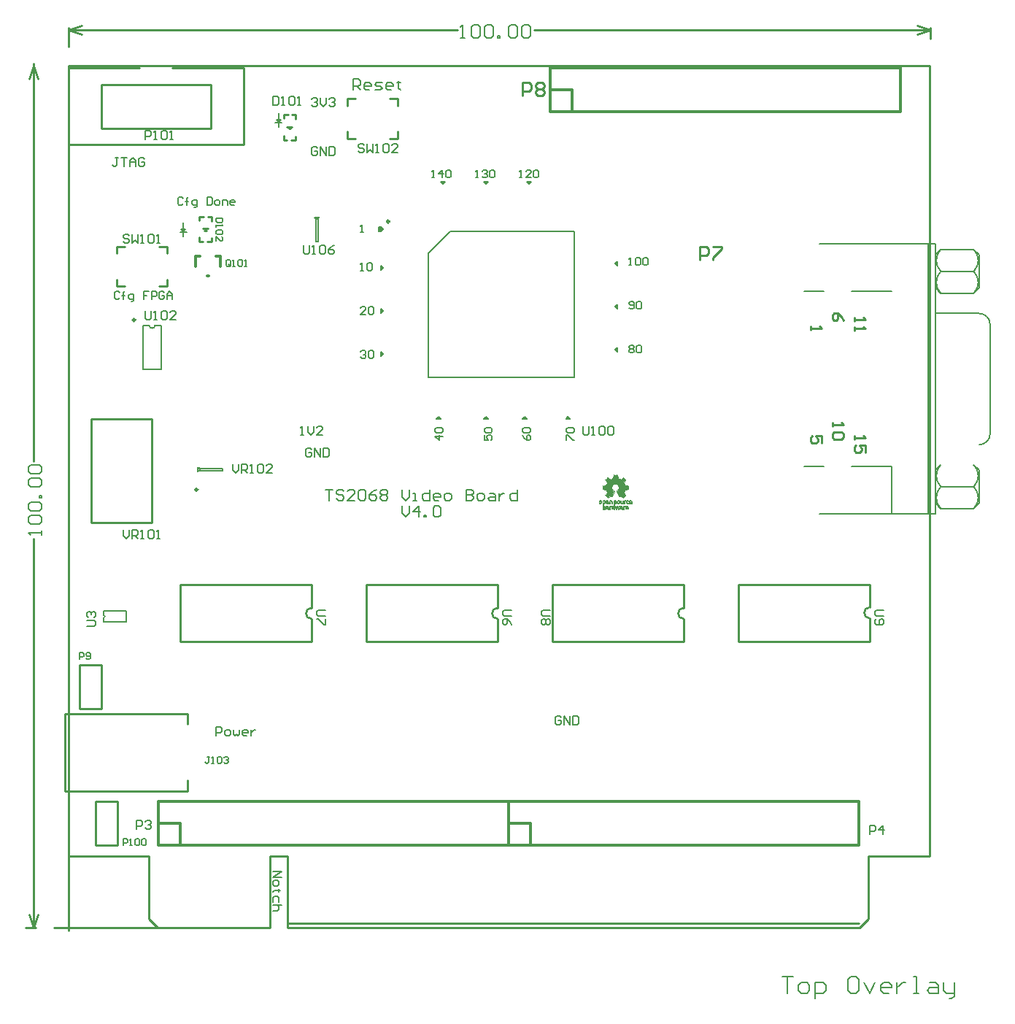
<source format=gto>
G04*
G04 #@! TF.GenerationSoftware,Altium Limited,CircuitStudio,1.5.2 (30)*
G04*
G04 Layer_Color=6750207*
%FSLAX25Y25*%
%MOIN*%
G70*
G01*
G75*
%ADD28C,0.01000*%
%ADD29C,0.01200*%
%ADD35C,0.00800*%
%ADD36C,0.00600*%
%ADD67C,0.00787*%
%ADD68C,0.00050*%
%ADD69C,0.00984*%
%ADD70C,0.00591*%
G36*
X561613Y1327538D02*
X561613Y1327538D01*
X561717Y1327517D01*
X561813Y1327454D01*
X561818Y1327461D01*
X561882Y1327435D01*
X561940Y1327294D01*
X561985Y1327186D01*
X561973Y1327184D01*
X561999Y1327053D01*
X561985Y1327053D01*
Y1325990D01*
X561683D01*
Y1326127D01*
X561677Y1326127D01*
X561647Y1326053D01*
X561547Y1326011D01*
Y1326011D01*
X561442Y1325968D01*
X561440Y1325981D01*
X561310Y1325955D01*
X561304Y1325957D01*
X561304Y1325959D01*
X561077Y1326004D01*
X561078Y1326009D01*
X560893Y1326086D01*
X560898Y1326090D01*
X560875Y1326099D01*
X560808Y1326260D01*
X560808Y1326260D01*
X560734Y1326440D01*
X560736Y1326446D01*
X560734Y1326445D01*
X560731Y1326451D01*
X560803Y1326625D01*
X560803Y1326625D01*
X560874Y1326794D01*
X560876Y1326792D01*
X560881Y1326802D01*
X561050Y1326872D01*
X561048Y1326877D01*
X561258Y1326919D01*
X561263Y1326918D01*
X561262Y1326906D01*
X561683D01*
X561696Y1327070D01*
X561699Y1327077D01*
X561664Y1327161D01*
X561664Y1327161D01*
X561644Y1327211D01*
X561607Y1327226D01*
X561608Y1327227D01*
X561510Y1327268D01*
X561509Y1327261D01*
X561393Y1327284D01*
X561373Y1327280D01*
X561373Y1327285D01*
X561369Y1327286D01*
X561274Y1327267D01*
X561272Y1327281D01*
X561193Y1327248D01*
X561194Y1327247D01*
X561112Y1327213D01*
X561086Y1327151D01*
X561087Y1327150D01*
X561086Y1327151D01*
X561086Y1327151D01*
X560836Y1327348D01*
X560870Y1327431D01*
X561063Y1327511D01*
X561063Y1327511D01*
X561198Y1327567D01*
X561200Y1327552D01*
X561340Y1327580D01*
X561358Y1327576D01*
X561357Y1327580D01*
X561380Y1327585D01*
X561613Y1327538D01*
D02*
G37*
G36*
X555290D02*
X555290Y1327538D01*
X555394Y1327517D01*
X555490Y1327454D01*
X555495Y1327461D01*
X555559Y1327435D01*
X555617Y1327294D01*
Y1327294D01*
X555662Y1327186D01*
X555650Y1327184D01*
X555676Y1327053D01*
X555662Y1327053D01*
Y1325990D01*
X555360D01*
Y1326127D01*
X555354Y1326127D01*
X555324Y1326053D01*
X555224Y1326011D01*
Y1326011D01*
X555119Y1325968D01*
X555117Y1325981D01*
X554988Y1325955D01*
X554981Y1325957D01*
X554981Y1325959D01*
X554754Y1326004D01*
X554755Y1326009D01*
X554570Y1326086D01*
X554575Y1326090D01*
X554552Y1326099D01*
X554486Y1326260D01*
X554486Y1326260D01*
X554411Y1326440D01*
X554414Y1326446D01*
X554411Y1326445D01*
X554409Y1326451D01*
X554480Y1326625D01*
X554481Y1326625D01*
X554551Y1326794D01*
X554554Y1326792D01*
X554558Y1326802D01*
X554727Y1326872D01*
X554725Y1326877D01*
X554935Y1326919D01*
X554940Y1326918D01*
X554940Y1326906D01*
X555360D01*
X555373Y1327070D01*
X555376Y1327077D01*
X555341Y1327161D01*
X555341Y1327161D01*
X555321Y1327211D01*
X555284Y1327226D01*
X555285Y1327227D01*
X555187Y1327268D01*
X555186Y1327261D01*
X555070Y1327284D01*
X555050Y1327280D01*
X555050Y1327285D01*
X555046Y1327286D01*
X554951Y1327267D01*
X554950Y1327281D01*
X554870Y1327248D01*
X554871Y1327247D01*
X554789Y1327213D01*
X554764Y1327151D01*
X554765Y1327150D01*
X554764Y1327151D01*
X554764Y1327151D01*
X554513Y1327348D01*
X554547Y1327431D01*
X554740Y1327511D01*
X554740Y1327511D01*
X554875Y1327567D01*
X554877Y1327552D01*
X555017Y1327580D01*
X555035Y1327576D01*
X555035Y1327580D01*
X555057Y1327585D01*
X555290Y1327538D01*
D02*
G37*
G36*
X553259Y1328613D02*
D01*
D01*
D01*
D01*
D02*
G37*
G36*
X562393Y1328465D02*
X562081D01*
Y1328601D01*
X562063Y1328559D01*
X561902Y1328493D01*
X561902Y1328493D01*
X561684Y1328403D01*
X561673Y1328407D01*
X561674Y1328407D01*
X561494Y1328481D01*
X561490Y1328471D01*
X561482Y1328473D01*
X561320Y1328581D01*
X561310Y1328570D01*
X561264Y1328589D01*
X561196Y1328753D01*
X561196D01*
X561152Y1328859D01*
X561164Y1328861D01*
X561140Y1328982D01*
X561141Y1328985D01*
X561154Y1328985D01*
Y1330017D01*
X561466D01*
X561435Y1329092D01*
X561432Y1329084D01*
X561487Y1328950D01*
X561487Y1328951D01*
X561538Y1328830D01*
X561537Y1328829D01*
X561538Y1328827D01*
X561653Y1328780D01*
X561653Y1328780D01*
X561771Y1328731D01*
X561775Y1328732D01*
X561775Y1328733D01*
X561779Y1328732D01*
X561895Y1328780D01*
X561895Y1328780D01*
X562009Y1328827D01*
X562010Y1328829D01*
X562009Y1328830D01*
X562059Y1328951D01*
X562060Y1328950D01*
X562115Y1329084D01*
X562112Y1329092D01*
X562081Y1329091D01*
Y1330017D01*
X562393D01*
Y1328465D01*
D02*
G37*
G36*
X564806Y1328912D02*
X564806Y1328911D01*
X564794Y1328922D01*
X564806Y1328912D01*
D02*
G37*
G36*
X558328Y1325996D02*
X558016D01*
X558041Y1326136D01*
X558027Y1326102D01*
X557835Y1326023D01*
X557834Y1326023D01*
X557621Y1325935D01*
X557615Y1325937D01*
X557616Y1325930D01*
X557611Y1325928D01*
X557480Y1325983D01*
X557481Y1325986D01*
X557368Y1326032D01*
X557368Y1326032D01*
X557218Y1326094D01*
X557187Y1326169D01*
X557187Y1326168D01*
X557102Y1326372D01*
X557112Y1326373D01*
X557081Y1326529D01*
X557081Y1326529D01*
X557051Y1326754D01*
X557054Y1326774D01*
X557054Y1326773D01*
X557052Y1326793D01*
X557081Y1327015D01*
X557081Y1327015D01*
X557081Y1327015D01*
X557081Y1327015D01*
X557112Y1327169D01*
X557102Y1327171D01*
X557187Y1327374D01*
X557186Y1327375D01*
X557216Y1327448D01*
X557368Y1327511D01*
X557368Y1327511D01*
X557481Y1327557D01*
X557480Y1327560D01*
X557611Y1327614D01*
X557616Y1327612D01*
X557615Y1327601D01*
X557622Y1327604D01*
X557833Y1327516D01*
X557834Y1327518D01*
X558016Y1327397D01*
Y1328174D01*
X558328D01*
Y1325996D01*
D02*
G37*
G36*
X560217D02*
X559942D01*
X559617Y1327081D01*
X559612D01*
X559288Y1325996D01*
X559012D01*
X558516Y1327548D01*
X558846D01*
X559144Y1326461D01*
X559150D01*
X559501Y1327548D01*
X559729D01*
X560079Y1326461D01*
X560086D01*
X560383Y1327548D01*
X560713D01*
X560217Y1325996D01*
D02*
G37*
G36*
X556746Y1327607D02*
X556746Y1327605D01*
X556746Y1327605D01*
X556912Y1327536D01*
X556912Y1327536D01*
X557085Y1327464D01*
X557070Y1327446D01*
X556853Y1327188D01*
X556742Y1327234D01*
X556638Y1327277D01*
X556638Y1327280D01*
X556638Y1327280D01*
X556419Y1327189D01*
X556423Y1327185D01*
X556401Y1327176D01*
X556359Y1327076D01*
X556359Y1327076D01*
X556302Y1326938D01*
X556306Y1326928D01*
X556336Y1326929D01*
Y1325996D01*
X556024D01*
Y1327548D01*
X556336D01*
Y1327411D01*
X556328Y1327392D01*
X556336Y1327382D01*
Y1327411D01*
X556353Y1327453D01*
X556515Y1327520D01*
X556516Y1327520D01*
X556736Y1327611D01*
X556746Y1327607D01*
D02*
G37*
G36*
X564057Y1327577D02*
X564062Y1327578D01*
X564300Y1327531D01*
X564301Y1327532D01*
X564307Y1327531D01*
X564510Y1327395D01*
X564529Y1327415D01*
X564555Y1327404D01*
X564648Y1327180D01*
X564657Y1327184D01*
X564710Y1326922D01*
X564707Y1326910D01*
X564696Y1326911D01*
Y1326654D01*
X563693Y1326655D01*
X563689Y1326644D01*
X563754Y1326486D01*
X563755Y1326486D01*
X563809Y1326357D01*
X563820Y1326352D01*
X563818Y1326350D01*
X563952Y1326294D01*
X563951Y1326294D01*
X564093Y1326235D01*
X564099Y1326238D01*
X564099Y1326235D01*
X564101Y1326234D01*
X564280Y1326308D01*
X564281Y1326308D01*
X564462Y1326383D01*
X564467Y1326394D01*
X564439Y1326421D01*
X564669Y1326225D01*
X564634Y1326172D01*
X564543Y1326112D01*
X564554Y1326097D01*
X564406Y1326036D01*
X564411Y1326023D01*
X564107Y1325962D01*
X564104Y1325963D01*
X564105Y1325964D01*
X563867Y1326011D01*
X563867Y1326009D01*
X563809Y1326021D01*
X563641Y1326133D01*
X563636Y1326125D01*
X563564Y1326155D01*
X563535Y1326225D01*
X563532Y1326223D01*
X563472Y1326368D01*
X563465Y1326366D01*
X563429Y1326547D01*
X563428Y1326546D01*
X563386Y1326756D01*
X563388Y1326766D01*
X563388Y1326766D01*
X563387Y1326774D01*
X563427Y1326975D01*
X563428Y1326975D01*
X563463Y1327151D01*
X563465Y1327150D01*
X563475Y1327201D01*
X563533Y1327288D01*
X563528Y1327292D01*
X563570Y1327393D01*
X563610Y1327409D01*
X563621Y1327397D01*
X563830Y1327536D01*
X563830Y1327536D01*
X563836Y1327522D01*
X564057Y1327614D01*
X564057Y1327577D01*
D02*
G37*
G36*
X563074Y1327607D02*
X563073Y1327605D01*
X563073Y1327605D01*
X563240Y1327536D01*
X563240Y1327536D01*
X563412Y1327464D01*
X563397Y1327446D01*
X563181Y1327188D01*
X563070Y1327234D01*
X563070D01*
X562966Y1327277D01*
X562966Y1327280D01*
X562965Y1327280D01*
X562746Y1327189D01*
X562750Y1327185D01*
X562728Y1327176D01*
X562687Y1327076D01*
X562686Y1327076D01*
X562629Y1326938D01*
X562633Y1326928D01*
X562664Y1326929D01*
Y1325996D01*
X562352D01*
Y1327548D01*
X562664D01*
Y1327411D01*
X562656Y1327392D01*
X562664Y1327382D01*
Y1327411D01*
X562681Y1327453D01*
X562843Y1327520D01*
X562843Y1327520D01*
X563063Y1327611D01*
X563074Y1327607D01*
D02*
G37*
G36*
X564466Y1330048D02*
X564466Y1330048D01*
X564470Y1330049D01*
X564633Y1330016D01*
X564633Y1330016D01*
X564730Y1329997D01*
X564783Y1329961D01*
X564784Y1329962D01*
X564996Y1329821D01*
X565029Y1329770D01*
X565024Y1329766D01*
X564808Y1329571D01*
X564784Y1329629D01*
X564650Y1329684D01*
X564649Y1329683D01*
X564481Y1329753D01*
X564478Y1329752D01*
X564479Y1329758D01*
X564468Y1329762D01*
X564301Y1329693D01*
X564301Y1329692D01*
X564176Y1329640D01*
X564164Y1329611D01*
X564162Y1329612D01*
X564096Y1329452D01*
X564098Y1329451D01*
X564059Y1329252D01*
X564061Y1329239D01*
X564061Y1329239D01*
X564059Y1329227D01*
X564098Y1329028D01*
X564096Y1329028D01*
X564162Y1328868D01*
X564164Y1328868D01*
X564175Y1328840D01*
X564301Y1328788D01*
X564301Y1328788D01*
X564468Y1328719D01*
X564479Y1328723D01*
X564478Y1328729D01*
X564481Y1328728D01*
X564650Y1328798D01*
X564651Y1328797D01*
X564781Y1328851D01*
X564806Y1328911D01*
X565029Y1328710D01*
X564996Y1328661D01*
X564784Y1328519D01*
X564784Y1328520D01*
X564731Y1328485D01*
X564633Y1328466D01*
Y1328466D01*
X564470Y1328433D01*
X564466Y1328434D01*
X564466Y1328434D01*
X564463Y1328433D01*
X564207Y1328484D01*
X564206Y1328482D01*
X564185Y1328487D01*
X563976Y1328626D01*
X563964Y1328611D01*
X563919Y1328630D01*
X563876Y1328732D01*
X563884Y1328737D01*
X563818Y1328837D01*
X563811Y1328872D01*
X563808Y1328871D01*
X563774Y1329041D01*
X563774Y1329041D01*
X563736Y1329232D01*
X563737Y1329239D01*
X563737Y1329239D01*
X563736Y1329246D01*
X563774Y1329438D01*
X563774Y1329437D01*
X563808Y1329608D01*
X563811Y1329607D01*
X563818Y1329643D01*
X563884Y1329743D01*
X563877Y1329748D01*
X563920Y1329852D01*
X563963Y1329870D01*
X563976Y1329855D01*
X564187Y1329996D01*
X564206Y1330000D01*
X564206Y1329998D01*
X564463Y1330049D01*
X564466Y1330048D01*
D02*
G37*
G36*
X560232Y1330048D02*
X560231Y1330048D01*
X560239Y1330050D01*
X560394Y1330019D01*
X560396Y1330027D01*
X560526Y1329973D01*
X560526Y1329973D01*
X560627Y1329906D01*
X560637Y1329919D01*
X560722Y1329884D01*
X560731Y1329862D01*
X560731Y1329862D01*
X560833Y1329615D01*
X560834Y1329616D01*
X560865Y1329461D01*
X560871Y1329462D01*
X560912Y1329257D01*
X560909Y1329243D01*
X560910Y1329243D01*
X560913Y1329228D01*
X560872Y1329020D01*
X560865Y1329021D01*
X560834Y1328865D01*
X560833Y1328865D01*
X560731Y1328619D01*
X560728Y1328621D01*
X560717Y1328595D01*
X560636Y1328562D01*
X560627Y1328574D01*
X560526Y1328507D01*
X560526Y1328508D01*
X560396Y1328454D01*
X560394Y1328463D01*
X560239Y1328432D01*
X560231Y1328434D01*
X560232Y1328433D01*
X560224Y1328432D01*
X560067Y1328463D01*
X560065Y1328454D01*
X559935Y1328508D01*
X559935Y1328507D01*
X559835Y1328574D01*
X559825Y1328561D01*
X559747Y1328594D01*
X559735Y1328623D01*
X559731Y1328619D01*
X559629Y1328865D01*
X559628Y1328865D01*
X559597Y1329021D01*
X559590Y1329020D01*
X559549Y1329228D01*
X559552Y1329243D01*
X559553Y1329243D01*
D01*
D01*
D01*
D01*
X559553Y1329243D01*
X559592Y1329243D01*
X559553Y1329243D01*
X559550Y1329257D01*
X559591Y1329462D01*
X559597Y1329461D01*
X559628Y1329616D01*
X559629Y1329615D01*
X559731Y1329862D01*
X559733Y1329861D01*
X559743Y1329885D01*
X559825Y1329919D01*
X559835Y1329906D01*
X559935Y1329973D01*
X559935Y1329973D01*
X560065Y1330027D01*
X560067Y1330019D01*
X560224Y1330050D01*
X560232Y1330048D01*
D02*
G37*
G36*
X555059Y1330046D02*
X555064Y1330047D01*
X555302Y1330000D01*
X555303Y1330001D01*
X555309Y1330000D01*
X555512Y1329864D01*
X555531Y1329885D01*
X555557Y1329874D01*
X555650Y1329650D01*
X555660Y1329653D01*
X555712Y1329391D01*
X555710Y1329380D01*
X555698Y1329380D01*
Y1329123D01*
X554695Y1329124D01*
X554691Y1329113D01*
X554756Y1328955D01*
X554757Y1328955D01*
X554811Y1328826D01*
X554822Y1328821D01*
X554820Y1328819D01*
X554954Y1328764D01*
X554953Y1328763D01*
X555095Y1328704D01*
X555101Y1328707D01*
X555101Y1328704D01*
X555103Y1328703D01*
X555282Y1328777D01*
X555282Y1328777D01*
X555464Y1328852D01*
X555469Y1328864D01*
X555442Y1328890D01*
X555671Y1328694D01*
X555636Y1328641D01*
X555545Y1328581D01*
X555556Y1328566D01*
X555408Y1328505D01*
X555413Y1328492D01*
X555109Y1328432D01*
X555106Y1328432D01*
X555106Y1328433D01*
X554869Y1328480D01*
X554869Y1328478D01*
X554811Y1328490D01*
X554643Y1328602D01*
X554638Y1328594D01*
X554566Y1328624D01*
X554537Y1328694D01*
X554535Y1328692D01*
X554474Y1328837D01*
X554467Y1328835D01*
X554431Y1329016D01*
X554430Y1329016D01*
X554389Y1329226D01*
X554390Y1329235D01*
X554390Y1329235D01*
X554389Y1329243D01*
X554429Y1329445D01*
X554430Y1329444D01*
X554465Y1329620D01*
X554467Y1329620D01*
X554477Y1329670D01*
X554536Y1329757D01*
X554530Y1329761D01*
X554572Y1329862D01*
X554612Y1329879D01*
X554623Y1329866D01*
X554832Y1330005D01*
X554832Y1330005D01*
X554838Y1329991D01*
X555059Y1330083D01*
X555059Y1330046D01*
D02*
G37*
G36*
X565755D02*
X565760Y1330047D01*
X565999Y1330000D01*
X565999Y1330001D01*
X566005Y1330000D01*
X566209Y1329864D01*
X566227Y1329885D01*
X566253Y1329874D01*
X566346Y1329650D01*
X566356Y1329653D01*
X566408Y1329391D01*
X566406Y1329380D01*
X566394Y1329380D01*
Y1329123D01*
X565391Y1329124D01*
X565387Y1329113D01*
X565453Y1328955D01*
X565453Y1328955D01*
X565507Y1328826D01*
X565518Y1328821D01*
X565516Y1328819D01*
X565650Y1328764D01*
X565650Y1328763D01*
X565792Y1328704D01*
X565797Y1328707D01*
X565797Y1328704D01*
X565800Y1328703D01*
X565979Y1328777D01*
X565979Y1328777D01*
X566160Y1328852D01*
X566165Y1328864D01*
X566138Y1328890D01*
X566367Y1328694D01*
X566332Y1328641D01*
X566242Y1328581D01*
X566252Y1328566D01*
X566104Y1328505D01*
X566109Y1328492D01*
X565805Y1328432D01*
X565803Y1328432D01*
X565803Y1328433D01*
X565566Y1328480D01*
X565565Y1328478D01*
X565507Y1328490D01*
X565340Y1328602D01*
X565334Y1328594D01*
X565263Y1328624D01*
X565234Y1328694D01*
X565231Y1328692D01*
X565171Y1328837D01*
X565164Y1328835D01*
X565128Y1329016D01*
X565127Y1329016D01*
X565085Y1329226D01*
X565087Y1329235D01*
X565087Y1329235D01*
X565085Y1329243D01*
X565125Y1329445D01*
X565126Y1329444D01*
X565161Y1329620D01*
X565164Y1329620D01*
X565174Y1329671D01*
X565232Y1329757D01*
X565227Y1329761D01*
X565268Y1329862D01*
X565308Y1329879D01*
X565319Y1329866D01*
X565528Y1330005D01*
X565528Y1330005D01*
X565534Y1329991D01*
X565755Y1330083D01*
X565755Y1330046D01*
D02*
G37*
G36*
X553794Y1330029D02*
X553793Y1330026D01*
X553906Y1329980D01*
X553906Y1329980D01*
X554063Y1329915D01*
X554092Y1329846D01*
X554088Y1329843D01*
X554172Y1329640D01*
X554162Y1329638D01*
X554193Y1329483D01*
X554193Y1329484D01*
X554223Y1329259D01*
X554220Y1329239D01*
X554220Y1329239D01*
X554222Y1329220D01*
X554193Y1328996D01*
X554193Y1328997D01*
X554163Y1328842D01*
X554172Y1328840D01*
X554088Y1328637D01*
X554090Y1328636D01*
X554061Y1328565D01*
X553906Y1328501D01*
X553905Y1328501D01*
X553793Y1328455D01*
X553794Y1328452D01*
X553664Y1328399D01*
X553659Y1328400D01*
X553660Y1328412D01*
X553652Y1328408D01*
X553441Y1328496D01*
X553440Y1328492D01*
X553259Y1328613D01*
Y1328630D01*
X553249Y1328620D01*
X553259Y1328613D01*
X553259Y1327411D01*
X553276Y1327453D01*
X553438Y1327520D01*
X553438Y1327520D01*
X553658Y1327611D01*
X553669Y1327607D01*
X553668Y1327605D01*
X553846Y1327531D01*
X553850Y1327542D01*
X553855Y1327541D01*
X554019Y1327431D01*
X554029Y1327442D01*
X554075Y1327423D01*
X554143Y1327259D01*
X554143D01*
X554187Y1327153D01*
X554175Y1327151D01*
X554199Y1327031D01*
X554198Y1327028D01*
X554185Y1327028D01*
Y1325996D01*
X553873D01*
X553904Y1326919D01*
X553907Y1326927D01*
X553852Y1327060D01*
X553852Y1327060D01*
X553802Y1327181D01*
X553802Y1327181D01*
X553800Y1327185D01*
X553687Y1327232D01*
X553687Y1327232D01*
X553571Y1327280D01*
X553567Y1327278D01*
X553568Y1327279D01*
X553564Y1327281D01*
X553445Y1327232D01*
X553445Y1327232D01*
X553331Y1327184D01*
X553330Y1327181D01*
X553330Y1327181D01*
X553280Y1327060D01*
X553279Y1327060D01*
X553224Y1326927D01*
X553227Y1326919D01*
X553259Y1326920D01*
Y1325996D01*
X552947D01*
Y1330017D01*
X553259D01*
X553235Y1329874D01*
X553251Y1329912D01*
X553440Y1329990D01*
X553440Y1329990D01*
X553654Y1330078D01*
X553660Y1330076D01*
X553659Y1330081D01*
X553664Y1330082D01*
X553794Y1330029D01*
D02*
G37*
G36*
X559643Y1341720D02*
X559661Y1341677D01*
X559659Y1341677D01*
X559927Y1340283D01*
X559945Y1340240D01*
X559973Y1340228D01*
X561140Y1339745D01*
X561169Y1339733D01*
X561212Y1339750D01*
X561211Y1339752D01*
X562386Y1340548D01*
X562429Y1340566D01*
X562486Y1340542D01*
X562486D01*
X562482Y1340538D01*
X563490Y1339538D01*
X563514Y1339481D01*
X563496Y1339438D01*
X563495Y1339439D01*
X562698Y1338264D01*
X562681Y1338221D01*
X562692Y1338192D01*
X563176Y1337025D01*
X563188Y1336997D01*
X563231Y1336979D01*
X563231Y1336980D01*
X564625Y1336713D01*
X564668Y1336695D01*
X564691Y1336638D01*
X564685D01*
X564691Y1335218D01*
X564668Y1335160D01*
X564625Y1335143D01*
X564625Y1335144D01*
X563231Y1334877D01*
X563188Y1334859D01*
X563176Y1334830D01*
X563176D01*
X562692Y1333663D01*
X562681Y1333634D01*
X562698Y1333592D01*
X562700Y1333592D01*
X563496Y1332418D01*
X563514Y1332375D01*
X563490Y1332318D01*
X563486Y1332322D01*
X562486Y1331313D01*
X562429Y1331290D01*
X562386Y1331307D01*
X562387Y1331309D01*
X561212Y1332105D01*
X561169Y1332123D01*
X561140Y1332111D01*
X560606Y1331890D01*
X560577Y1331878D01*
X560520Y1331902D01*
X560508Y1331931D01*
X560508D01*
X559524Y1334340D01*
X559512Y1334369D01*
X559536Y1334426D01*
X559562Y1334437D01*
X559571Y1334418D01*
X560059Y1334745D01*
X560422Y1335287D01*
X560549Y1335928D01*
X560422Y1336568D01*
X560059Y1337111D01*
X559516Y1337474D01*
X558876Y1337601D01*
X558235Y1337474D01*
X557692Y1337111D01*
X557330Y1336568D01*
X557202Y1335928D01*
X557330Y1335287D01*
X557692Y1334745D01*
X558181Y1334418D01*
X558190Y1334437D01*
X558216Y1334426D01*
X558239Y1334369D01*
X558228Y1334340D01*
X557244Y1331931D01*
X557232Y1331902D01*
X557174Y1331878D01*
X557146Y1331890D01*
X556611Y1332111D01*
X556582Y1332123D01*
X556539Y1332105D01*
X556540Y1332104D01*
X555366Y1331307D01*
X555323Y1331290D01*
X555266Y1331313D01*
X555270Y1331318D01*
X554261Y1332318D01*
Y1332318D01*
X554238Y1332375D01*
X554255Y1332418D01*
X554257Y1332417D01*
X555053Y1333592D01*
X555071Y1333634D01*
X555059Y1333663D01*
X554575Y1334830D01*
X554564Y1334859D01*
X554521Y1334877D01*
X554520Y1334875D01*
X553127Y1335143D01*
X553084Y1335160D01*
X553060Y1335218D01*
X553066D01*
X553060Y1336638D01*
X553084Y1336695D01*
X553127Y1336713D01*
X553127Y1336712D01*
X554521Y1336979D01*
X554564Y1336997D01*
X554575Y1337025D01*
X555059Y1338192D01*
X555071Y1338221D01*
X555053Y1338264D01*
X555052Y1338263D01*
X554255Y1339438D01*
X554238Y1339481D01*
X554261Y1339538D01*
Y1339538D01*
X554266Y1339534D01*
X555266Y1340542D01*
X555266D01*
X555323Y1340566D01*
X555366Y1340548D01*
X555365Y1340547D01*
X556539Y1339750D01*
X556582Y1339733D01*
X556611Y1339745D01*
Y1339745D01*
X557778Y1340228D01*
X557807Y1340240D01*
X557825Y1340283D01*
X557823Y1340283D01*
X558090Y1341677D01*
X558108Y1341720D01*
X558166Y1341743D01*
Y1341737D01*
X559586Y1341743D01*
X559643Y1341720D01*
D02*
G37*
G36*
X552022Y1330048D02*
X552022Y1330048D01*
X552029Y1330050D01*
X552184Y1330019D01*
X552186Y1330027D01*
X552316Y1329973D01*
X552316Y1329973D01*
X552417Y1329906D01*
X552427Y1329919D01*
X552512Y1329884D01*
X552521Y1329862D01*
X552521Y1329862D01*
X552623Y1329615D01*
X552624Y1329616D01*
X552655Y1329461D01*
X552661Y1329462D01*
X552702Y1329257D01*
X552699Y1329243D01*
X552700Y1329243D01*
X552703Y1329228D01*
X552662Y1329020D01*
X552655Y1329021D01*
X552624Y1328865D01*
X552623Y1328865D01*
X552521Y1328619D01*
X552518Y1328621D01*
X552507Y1328595D01*
X552426Y1328562D01*
X552417Y1328574D01*
X552316Y1328507D01*
X552316Y1328508D01*
X552186Y1328454D01*
X552184Y1328463D01*
X552029Y1328432D01*
X552022Y1328434D01*
X552022Y1328433D01*
X552014Y1328432D01*
X551857Y1328463D01*
X551855Y1328454D01*
X551725Y1328508D01*
X551725Y1328507D01*
X551625Y1328574D01*
X551615Y1328561D01*
X551537Y1328594D01*
X551525Y1328623D01*
X551521Y1328619D01*
X551419Y1328865D01*
X551418Y1328865D01*
X551387Y1329021D01*
X551380Y1329020D01*
X551339Y1329228D01*
X551342Y1329243D01*
X551343Y1329243D01*
D01*
D01*
D01*
D01*
X551343Y1329243D01*
X551382Y1329243D01*
X551343Y1329243D01*
X551340Y1329257D01*
X551381Y1329462D01*
X551387Y1329461D01*
X551418Y1329616D01*
X551419Y1329615D01*
X551521Y1329862D01*
X551523Y1329861D01*
X551533Y1329885D01*
X551615Y1329919D01*
X551625Y1329906D01*
X551725Y1329973D01*
X551725Y1329973D01*
X551855Y1330027D01*
X551857Y1330019D01*
X552014Y1330050D01*
X552022Y1330048D01*
D02*
G37*
G36*
X558942Y1330021D02*
X558942Y1330021D01*
X559105Y1329988D01*
X559106Y1329991D01*
X559126Y1329987D01*
X559365Y1329828D01*
X559361Y1329824D01*
X559168Y1329597D01*
X558985Y1329719D01*
X558985Y1329719D01*
X558977Y1329700D01*
X558763Y1329789D01*
X558752Y1329784D01*
X558754Y1329779D01*
X558743Y1329783D01*
X558625Y1329734D01*
X558626Y1329730D01*
X558539Y1329695D01*
X558539Y1329695D01*
X558528Y1329690D01*
X558472Y1329558D01*
X558474Y1329553D01*
X558477Y1329553D01*
X558498Y1329504D01*
X558497Y1329504D01*
X558519Y1329452D01*
X558522Y1329451D01*
X558524Y1329452D01*
X558592Y1329423D01*
X558592Y1329422D01*
X558691Y1329381D01*
X558692Y1329407D01*
X558949Y1329396D01*
X559061Y1329374D01*
X559063Y1329382D01*
X559156Y1329344D01*
Y1329344D01*
X559290Y1329288D01*
X559305Y1329249D01*
X559309Y1329252D01*
X559374Y1329096D01*
X559374Y1329096D01*
X559443Y1328929D01*
X559441Y1328924D01*
X559430Y1328925D01*
X559434Y1328916D01*
X559353Y1328721D01*
X559354Y1328721D01*
X559305Y1328603D01*
X559215Y1328566D01*
X559212Y1328572D01*
X559098Y1328496D01*
X559005Y1328477D01*
X559005Y1328477D01*
X558764Y1328429D01*
X558756Y1328431D01*
X558756Y1328430D01*
X558749Y1328428D01*
X558385Y1328501D01*
X558384Y1328498D01*
X558383Y1328498D01*
X558062Y1328712D01*
X558073Y1328724D01*
X558282Y1328930D01*
X558510Y1328777D01*
X558511Y1328779D01*
X558774Y1328726D01*
X558780Y1328728D01*
X558780Y1328697D01*
X558785Y1328695D01*
X558903Y1328744D01*
X558903Y1328747D01*
X559001Y1328788D01*
X559000Y1328789D01*
X559049Y1328810D01*
X559066Y1328852D01*
X559066Y1328852D01*
X559100Y1328936D01*
X559099Y1328940D01*
X559097Y1328939D01*
X559098Y1328942D01*
X559075Y1329000D01*
X559075Y1329000D01*
X559057Y1329043D01*
X559042Y1329049D01*
X559043Y1329051D01*
X558980Y1329077D01*
X558980Y1329077D01*
X558898Y1329111D01*
X558896Y1329091D01*
X558619Y1329084D01*
X558445Y1329156D01*
X558445Y1329156D01*
X558283Y1329223D01*
X558289Y1329229D01*
X558264Y1329239D01*
X558207Y1329378D01*
X558207Y1329378D01*
X558136Y1329548D01*
X558140Y1329557D01*
X558139Y1329556D01*
X558135Y1329567D01*
X558216Y1329764D01*
X558216Y1329764D01*
X558271Y1329895D01*
X558334Y1329922D01*
X558330Y1329927D01*
X558525Y1330008D01*
X558526Y1330007D01*
X558745Y1330050D01*
X558753Y1330049D01*
X558753Y1330056D01*
X558759Y1330058D01*
X558942Y1330021D01*
D02*
G37*
G36*
X563469Y1330076D02*
X563469Y1330074D01*
X563469Y1330074D01*
X563635Y1330005D01*
X563635Y1330005D01*
X563808Y1329933D01*
X563793Y1329915D01*
X563576Y1329657D01*
X563465Y1329704D01*
X563361Y1329747D01*
X563361Y1329749D01*
X563361Y1329749D01*
X563142Y1329658D01*
X563145Y1329654D01*
X563124Y1329645D01*
X563082Y1329545D01*
X563082Y1329545D01*
X563025Y1329407D01*
X563029Y1329397D01*
X563059Y1329398D01*
Y1328465D01*
X562747D01*
Y1330017D01*
X563059D01*
Y1329881D01*
X563051Y1329862D01*
X563059Y1329851D01*
Y1329881D01*
X563076Y1329922D01*
X563238Y1329989D01*
X563238Y1329989D01*
X563459Y1330080D01*
X563469Y1330076D01*
D02*
G37*
G36*
X556693Y1330076D02*
X556692Y1330074D01*
X556870Y1330000D01*
X556874Y1330011D01*
X556878Y1330011D01*
X557043Y1329900D01*
X557053Y1329912D01*
X557099Y1329892D01*
X557167Y1329729D01*
X557167D01*
X557211Y1329623D01*
X557199Y1329620D01*
X557223Y1329500D01*
X557222Y1329497D01*
X557209Y1329497D01*
Y1328465D01*
X556897D01*
X556928Y1329389D01*
X556931Y1329396D01*
X556876Y1329529D01*
X556876Y1329529D01*
X556825Y1329650D01*
X556826Y1329650D01*
X556824Y1329654D01*
X556711Y1329701D01*
X556711Y1329701D01*
X556595Y1329749D01*
X556591Y1329747D01*
X556592Y1329748D01*
X556587Y1329750D01*
X556469Y1329701D01*
X556469Y1329701D01*
X556355Y1329653D01*
X556354Y1329650D01*
X556354Y1329650D01*
X556304Y1329529D01*
X556303Y1329529D01*
X556248Y1329396D01*
X556251Y1329389D01*
X556282Y1329389D01*
Y1328465D01*
X555970D01*
Y1330017D01*
X556282D01*
Y1329881D01*
X556275Y1329862D01*
X556282Y1329851D01*
Y1329881D01*
X556299Y1329922D01*
X556462Y1329989D01*
X556462Y1329989D01*
X556682Y1330080D01*
X556693Y1330076D01*
D02*
G37*
%LPC*%
G36*
X557706Y1327293D02*
X557610Y1327253D01*
X557611Y1327249D01*
X557533Y1327217D01*
X557534Y1327217D01*
X557483Y1327196D01*
X557444Y1327103D01*
X557442Y1327104D01*
X557379Y1326784D01*
X557381Y1326774D01*
X557378Y1326761D01*
X557443Y1326439D01*
X557444Y1326439D01*
X557483Y1326346D01*
X557534Y1326325D01*
X557533Y1326325D01*
X557611Y1326293D01*
X557610Y1326289D01*
X557706Y1326249D01*
X557711Y1326252D01*
X557711Y1326254D01*
X557716Y1326252D01*
X557810Y1326291D01*
X557810Y1326294D01*
X557886Y1326326D01*
X557886Y1326326D01*
X557933Y1326346D01*
X557974Y1326445D01*
X557976Y1326445D01*
X558040Y1326769D01*
X558039Y1326774D01*
X558039Y1326774D01*
X558040Y1326776D01*
X557976Y1327097D01*
X557974Y1327097D01*
X557933Y1327197D01*
X557886Y1327216D01*
X557886Y1327216D01*
X557810Y1327248D01*
X557810Y1327251D01*
X557716Y1327290D01*
X557711Y1327289D01*
X557711Y1327254D01*
X557711Y1327288D01*
X557711Y1327289D01*
X557711Y1327291D01*
X557706Y1327293D01*
D02*
G37*
G36*
X564053Y1327299D02*
X563930Y1327248D01*
X563930Y1327248D01*
X563811Y1327199D01*
X563809Y1327195D01*
X563809Y1327195D01*
X563756Y1327065D01*
X563755Y1327065D01*
X563691Y1326911D01*
X563729Y1326911D01*
X564421Y1326912D01*
X564357Y1327065D01*
X564356Y1327065D01*
X564303Y1327195D01*
X564302Y1327195D01*
X564300Y1327200D01*
X564183Y1327248D01*
X564183Y1327248D01*
X564061Y1327299D01*
X564057Y1327297D01*
X564057Y1327297D01*
X564053Y1327299D01*
D02*
G37*
G36*
X553259Y1327411D02*
X553251Y1327392D01*
X553259Y1327382D01*
Y1327411D01*
D02*
G37*
G36*
X561318Y1326690D02*
X561201Y1326641D01*
X561202Y1326638D01*
X561117Y1326603D01*
X561118Y1326601D01*
X561092Y1326591D01*
X561071Y1326541D01*
X561071Y1326540D01*
X561042Y1326468D01*
X561045Y1326460D01*
X561044Y1326461D01*
X561044Y1326460D01*
X561073Y1326388D01*
X561073Y1326388D01*
X561098Y1326328D01*
X561119Y1326319D01*
X561117Y1326317D01*
X561211Y1326278D01*
X561211Y1326276D01*
X561333Y1326225D01*
X561343Y1326229D01*
X561342Y1326252D01*
X561368Y1326247D01*
X561505Y1326275D01*
X561506Y1326266D01*
X561612Y1326310D01*
X561613Y1326309D01*
X561634Y1326318D01*
X561644Y1326343D01*
X561645Y1326342D01*
X561666Y1326392D01*
X561668Y1326391D01*
X561722Y1326523D01*
X561717Y1326536D01*
X561683Y1326536D01*
Y1326650D01*
X561318Y1326690D01*
D02*
G37*
G36*
X554996D02*
X554879Y1326641D01*
X554879Y1326638D01*
X554795Y1326603D01*
X554796Y1326601D01*
X554769Y1326591D01*
X554749Y1326541D01*
X554749Y1326540D01*
X554719Y1326468D01*
X554722Y1326460D01*
X554721Y1326461D01*
X554721Y1326460D01*
X554750Y1326388D01*
X554750Y1326388D01*
X554775Y1326328D01*
X554796Y1326319D01*
X554794Y1326317D01*
X554889Y1326278D01*
X554888Y1326276D01*
X555010Y1326225D01*
X555020Y1326229D01*
X555019Y1326252D01*
X555045Y1326247D01*
X555182Y1326275D01*
X555183Y1326266D01*
X555289Y1326310D01*
X555290Y1326309D01*
X555311Y1326318D01*
X555321Y1326343D01*
X555322Y1326342D01*
X555343Y1326392D01*
X555345Y1326391D01*
X555400Y1326523D01*
X555394Y1326536D01*
X555360Y1326536D01*
Y1326650D01*
X554996Y1326690D01*
D02*
G37*
G36*
X553570Y1329762D02*
X553564Y1329759D01*
X553565Y1329758D01*
X553560Y1329760D01*
X553465Y1329720D01*
X553465Y1329717D01*
X553388Y1329685D01*
X553388Y1329685D01*
X553341Y1329666D01*
X553300Y1329566D01*
X553299Y1329566D01*
X553235Y1329243D01*
X553235Y1329239D01*
X553236Y1329239D01*
X553235Y1329235D01*
X553299Y1328913D01*
X553300Y1328914D01*
X553341Y1328815D01*
X553388Y1328795D01*
X553388Y1328795D01*
X553465Y1328763D01*
X553465Y1328760D01*
X553560Y1328720D01*
X553564Y1328722D01*
X553565Y1328758D01*
X553565Y1328723D01*
X553564Y1328722D01*
X553564Y1328721D01*
X553570Y1328719D01*
X553666Y1328759D01*
X553665Y1328762D01*
X553742Y1328794D01*
X553742Y1328795D01*
X553792Y1328815D01*
X553831Y1328909D01*
X553833Y1328908D01*
X553896Y1329228D01*
X553894Y1329239D01*
X553894Y1329239D01*
X553897Y1329250D01*
X553833Y1329572D01*
X553831Y1329571D01*
X553792Y1329665D01*
X553742Y1329686D01*
X553742Y1329686D01*
X553665Y1329718D01*
X553666Y1329722D01*
X553570Y1329762D01*
D02*
G37*
G36*
X562081Y1328630D02*
Y1328601D01*
X562088Y1328619D01*
X562081Y1328630D01*
D02*
G37*
G36*
X555055Y1329768D02*
X554932Y1329718D01*
X554932Y1329717D01*
X554813Y1329668D01*
X554811Y1329664D01*
X554811Y1329664D01*
X554758Y1329535D01*
X554757Y1329535D01*
X554693Y1329380D01*
X554731Y1329380D01*
X555422Y1329381D01*
X555359Y1329535D01*
X555358Y1329535D01*
X555305Y1329664D01*
X555304Y1329664D01*
X555302Y1329669D01*
X555185Y1329717D01*
X555185Y1329717D01*
X555063Y1329768D01*
X555059Y1329766D01*
X555059Y1329767D01*
X555055Y1329768D01*
D02*
G37*
G36*
X565751Y1329768D02*
X565628Y1329718D01*
X565628Y1329717D01*
X565509Y1329668D01*
X565508Y1329664D01*
X565508Y1329664D01*
X565454Y1329535D01*
X565453Y1329535D01*
X565389Y1329380D01*
X565428Y1329380D01*
X566119Y1329381D01*
X566055Y1329535D01*
X566055Y1329535D01*
X566001Y1329664D01*
X566000Y1329664D01*
X565998Y1329669D01*
X565881Y1329717D01*
X565881Y1329717D01*
X565759Y1329768D01*
X565755Y1329766D01*
X565756Y1329767D01*
X565751Y1329768D01*
D02*
G37*
G36*
X560223Y1329752D02*
X560083Y1329694D01*
X560083Y1329694D01*
X559995Y1329658D01*
X559976Y1329612D01*
X559972Y1329615D01*
X559916Y1329478D01*
X559920Y1329477D01*
X559902Y1329385D01*
X559889Y1329385D01*
X559862Y1329253D01*
X559864Y1329243D01*
X559862Y1329243D01*
X559860Y1329232D01*
X559887Y1329096D01*
X559902Y1329097D01*
X559920Y1329003D01*
X559915Y1329001D01*
X559972Y1328866D01*
X559976Y1328869D01*
X559995Y1328823D01*
X560083Y1328786D01*
X560083Y1328786D01*
X560223Y1328728D01*
X560232Y1328732D01*
X560231Y1328732D01*
X560232Y1328732D01*
X560232Y1328732D01*
X560240Y1328729D01*
X560379Y1328786D01*
X560379Y1328786D01*
X560469Y1328824D01*
X560488Y1328868D01*
X560491Y1328866D01*
X560546Y1329001D01*
X560551Y1329000D01*
X560590Y1329094D01*
X560572Y1329095D01*
X560599Y1329228D01*
X560597Y1329239D01*
X560559Y1329239D01*
X560597Y1329239D01*
X560597Y1329239D01*
X560597D01*
X560599Y1329250D01*
X560573Y1329385D01*
X560590Y1329385D01*
X560551Y1329479D01*
X560546Y1329478D01*
X560490Y1329614D01*
X560488Y1329612D01*
X560469Y1329657D01*
X560379Y1329694D01*
X560379Y1329694D01*
X560240Y1329752D01*
X560232Y1329749D01*
X560232Y1329748D01*
X560231Y1329748D01*
X560232Y1329749D01*
X560223Y1329752D01*
D02*
G37*
G36*
X552013Y1329752D02*
X551873Y1329694D01*
X551873Y1329694D01*
X551785Y1329658D01*
X551766Y1329612D01*
X551762Y1329615D01*
X551706Y1329478D01*
X551710Y1329477D01*
X551692Y1329385D01*
X551679Y1329385D01*
X551652Y1329254D01*
X551654Y1329243D01*
X551652Y1329243D01*
X551650Y1329232D01*
X551677Y1329096D01*
X551691Y1329097D01*
X551710Y1329003D01*
X551706Y1329002D01*
X551762Y1328866D01*
X551766Y1328869D01*
X551785Y1328823D01*
X551873Y1328786D01*
X551873Y1328786D01*
X552013Y1328728D01*
X552022Y1328732D01*
X552021Y1328732D01*
X552022Y1328732D01*
X552022Y1328732D01*
X552030Y1328729D01*
X552169Y1328786D01*
X552169Y1328786D01*
X552259Y1328824D01*
X552278Y1328868D01*
X552281Y1328866D01*
X552336Y1329001D01*
X552341Y1329000D01*
X552380Y1329094D01*
X552363Y1329095D01*
X552389Y1329228D01*
X552387Y1329239D01*
X552387D01*
X552389Y1329250D01*
X552363Y1329385D01*
X552380Y1329385D01*
X552341Y1329479D01*
X552336Y1329478D01*
X552280Y1329614D01*
X552278Y1329612D01*
X552259Y1329657D01*
X552169Y1329694D01*
X552169Y1329694D01*
X552030Y1329752D01*
X552022Y1329749D01*
X552022Y1329748D01*
X552021Y1329748D01*
X552022Y1329749D01*
X552013Y1329752D01*
D02*
G37*
%LPD*%
G36*
X552387Y1329239D02*
X552349Y1329239D01*
X552387Y1329239D01*
X552387Y1329239D01*
D02*
G37*
G36*
X557381Y1326773D02*
X557381Y1326774D01*
X557381Y1326774D01*
X557381Y1326773D01*
D02*
G37*
D28*
X339562Y1412500D02*
G03*
X339562Y1412500I-625J0D01*
G01*
X455625Y1457500D02*
G03*
X455625Y1457500I-625J0D01*
G01*
X368125Y1335000D02*
G03*
X368125Y1335000I-625J0D01*
G01*
X505000Y1281000D02*
G03*
X505000Y1276000I0J-2500D01*
G01*
X590000Y1281000D02*
G03*
X590000Y1276000I0J-2500D01*
G01*
X675000Y1281250D02*
G03*
X675000Y1276250I0J-2500D01*
G01*
X420000Y1281000D02*
G03*
X420000Y1276000I0J-2500D01*
G01*
X319331Y1319901D02*
X346890D01*
Y1367146D01*
X319331D02*
X346890D01*
X319331Y1319901D02*
Y1367146D01*
X445000Y1291500D02*
X505000D01*
X445000Y1265500D02*
Y1291500D01*
Y1265500D02*
X505000D01*
Y1276000D01*
Y1281000D02*
Y1291500D01*
X590000Y1281000D02*
Y1291500D01*
Y1265500D02*
Y1276000D01*
X530000Y1265500D02*
X590000D01*
X530000D02*
Y1291500D01*
X590000D01*
X675000Y1281250D02*
Y1291750D01*
Y1265750D02*
Y1276250D01*
X615000Y1265750D02*
X675000D01*
X615000D02*
Y1291750D01*
X675000D01*
X420000Y1281000D02*
Y1291500D01*
Y1265500D02*
Y1276000D01*
X360000Y1265500D02*
X420000D01*
X360000D02*
Y1291500D01*
X420000D01*
X324000Y1235000D02*
Y1255000D01*
X314000Y1235000D02*
X324000D01*
X314000D02*
Y1255000D01*
X324000D01*
X321437Y1172500D02*
Y1192500D01*
X331437D01*
Y1172500D02*
Y1192500D01*
X321437Y1172500D02*
X331437D01*
X363405Y1227795D02*
Y1232716D01*
X307500D02*
X363405D01*
Y1197283D02*
Y1202205D01*
X307500Y1197283D02*
X363405D01*
X307500D02*
Y1232716D01*
X323937Y1500000D02*
X373937D01*
X323937D02*
Y1520000D01*
X373937D01*
Y1500000D02*
Y1520000D01*
X388937Y1492500D02*
Y1527500D01*
X308937Y1492500D02*
X388937D01*
X308937D02*
Y1527500D01*
X356437D02*
X388937D01*
X308937D02*
X341437D01*
X516437Y1515000D02*
Y1520998D01*
X519436D01*
X520436Y1519998D01*
Y1517999D01*
X519436Y1516999D01*
X516437D01*
X522435Y1519998D02*
X523435Y1520998D01*
X525434D01*
X526434Y1519998D01*
Y1518999D01*
X525434Y1517999D01*
X526434Y1516999D01*
Y1516000D01*
X525434Y1515000D01*
X523435D01*
X522435Y1516000D01*
Y1516999D01*
X523435Y1517999D01*
X522435Y1518999D01*
Y1519998D01*
X523435Y1517999D02*
X525434D01*
X597500Y1440000D02*
Y1445998D01*
X600499D01*
X601499Y1444998D01*
Y1442999D01*
X600499Y1441999D01*
X597500D01*
X603498Y1445998D02*
X607497D01*
Y1444998D01*
X603498Y1441000D01*
Y1440000D01*
X648000Y1409500D02*
Y1407834D01*
Y1408667D01*
X652998D01*
X652165Y1409500D01*
X662998Y1412168D02*
X662165Y1413834D01*
X660499Y1415500D01*
X658833D01*
X658000Y1414667D01*
Y1413001D01*
X658833Y1412168D01*
X659666D01*
X660499Y1413001D01*
Y1415500D01*
X668000Y1413500D02*
Y1411834D01*
Y1412667D01*
X672998D01*
X672165Y1413500D01*
X668000Y1409335D02*
Y1407668D01*
Y1408502D01*
X672998D01*
X672165Y1409335D01*
X668000Y1359500D02*
Y1357834D01*
Y1358667D01*
X672998D01*
X672165Y1359500D01*
X672998Y1352002D02*
Y1355335D01*
X670499D01*
X671332Y1353668D01*
Y1352835D01*
X670499Y1352002D01*
X668833D01*
X668000Y1352835D01*
Y1354502D01*
X668833Y1355335D01*
X658000Y1365500D02*
Y1363834D01*
Y1364667D01*
X662998D01*
X662165Y1365500D01*
Y1361335D02*
X662998Y1360502D01*
Y1358835D01*
X662165Y1358002D01*
X658833D01*
X658000Y1358835D01*
Y1360502D01*
X658833Y1361335D01*
X662165D01*
X652998Y1356168D02*
Y1359500D01*
X650499D01*
X651332Y1357834D01*
Y1357001D01*
X650499Y1356168D01*
X648833D01*
X648000Y1357001D01*
Y1358667D01*
X648833Y1359500D01*
X293189Y1527701D02*
Y1529701D01*
X289252Y1135000D02*
X294189D01*
X293189Y1347845D02*
Y1528701D01*
Y1135000D02*
Y1312656D01*
X291189Y1522701D02*
X293189Y1528701D01*
X295189Y1522701D01*
X293189Y1135000D02*
X295189Y1141000D01*
X291189D02*
X293189Y1135000D01*
X308937Y1537126D02*
Y1546000D01*
X702638Y1541063D02*
Y1546000D01*
X308937Y1545000D02*
X486592D01*
X521782D02*
X702638D01*
X308937D02*
X314937Y1543000D01*
X308937Y1545000D02*
X314937Y1547000D01*
X696638D02*
X702638Y1545000D01*
X696638Y1543000D02*
X702638Y1545000D01*
X401000Y1167500D02*
X409000D01*
Y1135000D02*
X670300D01*
X349700D02*
X401000D01*
X409000D02*
Y1167500D01*
X401000Y1135000D02*
Y1167500D01*
X702500D02*
Y1528701D01*
X308937D02*
X702500D01*
X308937Y1167500D02*
Y1528701D01*
X674300Y1167500D02*
X702500D01*
X674300Y1139000D02*
Y1167500D01*
X308937D02*
X345700D01*
Y1139000D02*
Y1167500D01*
X670300Y1135000D02*
X674300Y1139000D01*
X345700D02*
X349700Y1135000D01*
X308937Y1133563D02*
Y1167500D01*
X302500Y1135000D02*
X349700D01*
X401000Y1167500D02*
X409000D01*
X401000Y1137000D02*
Y1167500D01*
X350000Y1135000D02*
X401000D01*
X409000Y1137000D02*
Y1167500D01*
Y1137000D02*
X670000D01*
D29*
X688937Y1507500D02*
Y1527500D01*
X528937Y1507500D02*
Y1527500D01*
X688937D01*
X528937Y1507500D02*
X688937D01*
X538937D02*
Y1517500D01*
X528937D02*
X538937D01*
X350000Y1182500D02*
X360000D01*
Y1172500D02*
Y1182500D01*
X350000Y1172500D02*
X510000D01*
X350000Y1192500D02*
X510000D01*
X350000Y1172500D02*
Y1192500D01*
X510000Y1172500D02*
Y1192500D01*
Y1182500D02*
X520000D01*
Y1172500D02*
Y1182500D01*
X510000Y1172500D02*
X670000D01*
X510000Y1192500D02*
X670000D01*
X510000Y1172500D02*
Y1192500D01*
X670000Y1172500D02*
Y1192500D01*
X367000Y1441500D02*
X369000D01*
X372500Y1432500D02*
X373000D01*
X376500Y1441500D02*
X378500D01*
X367000Y1437000D02*
Y1441500D01*
X378500Y1437000D02*
Y1441500D01*
D35*
X722509Y1336325D02*
G03*
X722509Y1346342I-5009J5009D01*
G01*
Y1326325D02*
G03*
X722509Y1336342I-5009J5009D01*
G01*
X707491D02*
G03*
X707491Y1326325I5009J-5009D01*
G01*
Y1346342D02*
G03*
X707491Y1336325I5009J-5009D01*
G01*
X722509Y1434658D02*
G03*
X722509Y1444675I-5009J5009D01*
G01*
Y1424658D02*
G03*
X722509Y1434675I-5009J5009D01*
G01*
X707491D02*
G03*
X707491Y1424658I5009J-5009D01*
G01*
Y1444675D02*
G03*
X707491Y1434658I5009J-5009D01*
G01*
X725000Y1355500D02*
G03*
X730000Y1360500I0J5000D01*
G01*
Y1410500D02*
G03*
X725000Y1415500I-5000J0D01*
G01*
X361500Y1450500D02*
Y1452500D01*
X360000D02*
X363000D01*
X360500Y1454000D02*
X361500D01*
X360500D02*
X361500Y1453000D01*
X362500Y1454000D01*
X361500D02*
X362500D01*
X361500D02*
Y1457000D01*
X405000Y1500500D02*
Y1502500D01*
X403500D02*
X406500D01*
X404000Y1504000D02*
X405000D01*
X404000D02*
X405000Y1503000D01*
X406000Y1504000D01*
X405000D02*
X406000D01*
X405000D02*
Y1507000D01*
X701667Y1323833D02*
Y1447167D01*
X645000Y1345500D02*
X654167D01*
X666667D02*
X685000D01*
X645000Y1425500D02*
X654167D01*
X666667D02*
X685000D01*
Y1323833D02*
Y1345500D01*
X705000Y1343833D02*
X707500Y1346333D01*
X722500D02*
X725000Y1343833D01*
Y1328833D02*
Y1343833D01*
X722500Y1326333D02*
X725000Y1328833D01*
X707500Y1326333D02*
X722500D01*
X705000Y1328833D02*
X707500Y1326333D01*
Y1336333D02*
X722500D01*
X705000Y1442167D02*
X707500Y1444666D01*
X722500D01*
X725000Y1442167D01*
Y1427166D02*
Y1442167D01*
X722500Y1424667D02*
X725000Y1427166D01*
X707500Y1424667D02*
X722500D01*
X705000Y1427166D02*
X707500Y1424667D01*
Y1434667D02*
X722500D01*
X730000Y1360500D02*
Y1410500D01*
X705000Y1415500D02*
X725000D01*
X705000Y1323833D02*
Y1447167D01*
X652104D02*
X705000D01*
X652104Y1323833D02*
X705000D01*
X461437Y1327498D02*
Y1324166D01*
X463103Y1322500D01*
X464769Y1324166D01*
Y1327498D01*
X468934Y1322500D02*
Y1327498D01*
X466435Y1324999D01*
X469768D01*
X471434Y1322500D02*
Y1323333D01*
X472267D01*
Y1322500D01*
X471434D01*
X475599Y1326665D02*
X476432Y1327498D01*
X478098D01*
X478931Y1326665D01*
Y1323333D01*
X478098Y1322500D01*
X476432D01*
X475599Y1323333D01*
Y1326665D01*
X426437Y1334998D02*
X429769D01*
X428103D01*
Y1330000D01*
X434768Y1334165D02*
X433934Y1334998D01*
X432268D01*
X431435Y1334165D01*
Y1333332D01*
X432268Y1332499D01*
X433934D01*
X434768Y1331666D01*
Y1330833D01*
X433934Y1330000D01*
X432268D01*
X431435Y1330833D01*
X439766Y1330000D02*
X436434D01*
X439766Y1333332D01*
Y1334165D01*
X438933Y1334998D01*
X437267D01*
X436434Y1334165D01*
X441432D02*
X442265Y1334998D01*
X443931D01*
X444764Y1334165D01*
Y1330833D01*
X443931Y1330000D01*
X442265D01*
X441432Y1330833D01*
Y1334165D01*
X449763Y1334998D02*
X448097Y1334165D01*
X446430Y1332499D01*
Y1330833D01*
X447263Y1330000D01*
X448930D01*
X449763Y1330833D01*
Y1331666D01*
X448930Y1332499D01*
X446430D01*
X451429Y1334165D02*
X452262Y1334998D01*
X453928D01*
X454761Y1334165D01*
Y1333332D01*
X453928Y1332499D01*
X454761Y1331666D01*
Y1330833D01*
X453928Y1330000D01*
X452262D01*
X451429Y1330833D01*
Y1331666D01*
X452262Y1332499D01*
X451429Y1333332D01*
Y1334165D01*
X452262Y1332499D02*
X453928D01*
X461426Y1334998D02*
Y1331666D01*
X463092Y1330000D01*
X464758Y1331666D01*
Y1334998D01*
X466424Y1330000D02*
X468090D01*
X467257D01*
Y1333332D01*
X466424D01*
X473922Y1334998D02*
Y1330000D01*
X471422D01*
X470589Y1330833D01*
Y1332499D01*
X471422Y1333332D01*
X473922D01*
X478087Y1330000D02*
X476421D01*
X475588Y1330833D01*
Y1332499D01*
X476421Y1333332D01*
X478087D01*
X478920Y1332499D01*
Y1331666D01*
X475588D01*
X481419Y1330000D02*
X483085D01*
X483918Y1330833D01*
Y1332499D01*
X483085Y1333332D01*
X481419D01*
X480586Y1332499D01*
Y1330833D01*
X481419Y1330000D01*
X490583Y1334998D02*
Y1330000D01*
X493082D01*
X493915Y1330833D01*
Y1331666D01*
X493082Y1332499D01*
X490583D01*
X493082D01*
X493915Y1333332D01*
Y1334165D01*
X493082Y1334998D01*
X490583D01*
X496414Y1330000D02*
X498080D01*
X498913Y1330833D01*
Y1332499D01*
X498080Y1333332D01*
X496414D01*
X495581Y1332499D01*
Y1330833D01*
X496414Y1330000D01*
X501413Y1333332D02*
X503079D01*
X503912Y1332499D01*
Y1330000D01*
X501413D01*
X500580Y1330833D01*
X501413Y1331666D01*
X503912D01*
X505578Y1333332D02*
Y1330000D01*
Y1331666D01*
X506411Y1332499D01*
X507244Y1333332D01*
X508077D01*
X513909Y1334998D02*
Y1330000D01*
X511409D01*
X510576Y1330833D01*
Y1332499D01*
X511409Y1333332D01*
X513909D01*
X340000Y1180000D02*
Y1183999D01*
X341999D01*
X342666Y1183332D01*
Y1181999D01*
X341999Y1181333D01*
X340000D01*
X343999Y1183332D02*
X344665Y1183999D01*
X345998D01*
X346665Y1183332D01*
Y1182666D01*
X345998Y1181999D01*
X345332D01*
X345998D01*
X346665Y1181333D01*
Y1180667D01*
X345998Y1180000D01*
X344665D01*
X343999Y1180667D01*
X675000Y1177500D02*
Y1181499D01*
X676999D01*
X677666Y1180832D01*
Y1179499D01*
X676999Y1178833D01*
X675000D01*
X680998Y1177500D02*
Y1181499D01*
X678999Y1179499D01*
X681665D01*
X333937Y1316499D02*
Y1313833D01*
X335270Y1312500D01*
X336603Y1313833D01*
Y1316499D01*
X337936Y1312500D02*
Y1316499D01*
X339935D01*
X340601Y1315832D01*
Y1314499D01*
X339935Y1313833D01*
X337936D01*
X339269D02*
X340601Y1312500D01*
X341934D02*
X343267D01*
X342601D01*
Y1316499D01*
X341934Y1315832D01*
X345267D02*
X345933Y1316499D01*
X347266D01*
X347932Y1315832D01*
Y1313167D01*
X347266Y1312500D01*
X345933D01*
X345267Y1313167D01*
Y1315832D01*
X349265Y1312500D02*
X350598D01*
X349932D01*
Y1316499D01*
X349265Y1315832D01*
X543937Y1363999D02*
Y1360666D01*
X544603Y1360000D01*
X545936D01*
X546603Y1360666D01*
Y1363999D01*
X547936Y1360000D02*
X549269D01*
X548602D01*
Y1363999D01*
X547936Y1363332D01*
X551268D02*
X551934Y1363999D01*
X553267D01*
X553934Y1363332D01*
Y1360666D01*
X553267Y1360000D01*
X551934D01*
X551268Y1360666D01*
Y1363332D01*
X555267D02*
X555933Y1363999D01*
X557266D01*
X557932Y1363332D01*
Y1360666D01*
X557266Y1360000D01*
X555933D01*
X555267Y1360666D01*
Y1363332D01*
X383937Y1346499D02*
Y1343833D01*
X385270Y1342500D01*
X386603Y1343833D01*
Y1346499D01*
X387936Y1342500D02*
Y1346499D01*
X389935D01*
X390601Y1345832D01*
Y1344499D01*
X389935Y1343833D01*
X387936D01*
X389269D02*
X390601Y1342500D01*
X391934D02*
X393267D01*
X392601D01*
Y1346499D01*
X391934Y1345832D01*
X395267D02*
X395933Y1346499D01*
X397266D01*
X397932Y1345832D01*
Y1343167D01*
X397266Y1342500D01*
X395933D01*
X395267Y1343167D01*
Y1345832D01*
X401931Y1342500D02*
X399265D01*
X401931Y1345166D01*
Y1345832D01*
X401265Y1346499D01*
X399932D01*
X399265Y1345832D01*
X343937Y1416499D02*
Y1413166D01*
X344603Y1412500D01*
X345936D01*
X346603Y1413166D01*
Y1416499D01*
X347936Y1412500D02*
X349269D01*
X348602D01*
Y1416499D01*
X347936Y1415832D01*
X351268D02*
X351934Y1416499D01*
X353267D01*
X353934Y1415832D01*
Y1413166D01*
X353267Y1412500D01*
X351934D01*
X351268Y1413166D01*
Y1415832D01*
X357932Y1412500D02*
X355267D01*
X357932Y1415166D01*
Y1415832D01*
X357266Y1416499D01*
X355933D01*
X355267Y1415832D01*
X444103Y1492332D02*
X443436Y1492999D01*
X442103D01*
X441437Y1492332D01*
Y1491666D01*
X442103Y1490999D01*
X443436D01*
X444103Y1490333D01*
Y1489666D01*
X443436Y1489000D01*
X442103D01*
X441437Y1489666D01*
X445436Y1492999D02*
Y1489000D01*
X446769Y1490333D01*
X448102Y1489000D01*
Y1492999D01*
X449434Y1489000D02*
X450767D01*
X450101D01*
Y1492999D01*
X449434Y1492332D01*
X452767D02*
X453433Y1492999D01*
X454766D01*
X455432Y1492332D01*
Y1489666D01*
X454766Y1489000D01*
X453433D01*
X452767Y1489666D01*
Y1492332D01*
X459431Y1489000D02*
X456765D01*
X459431Y1491666D01*
Y1492332D01*
X458765Y1492999D01*
X457432D01*
X456765Y1492332D01*
X336603Y1450832D02*
X335936Y1451499D01*
X334603D01*
X333937Y1450832D01*
Y1450166D01*
X334603Y1449499D01*
X335936D01*
X336603Y1448833D01*
Y1448166D01*
X335936Y1447500D01*
X334603D01*
X333937Y1448166D01*
X337936Y1451499D02*
Y1447500D01*
X339269Y1448833D01*
X340601Y1447500D01*
Y1451499D01*
X341934Y1447500D02*
X343267D01*
X342601D01*
Y1451499D01*
X341934Y1450832D01*
X345267D02*
X345933Y1451499D01*
X347266D01*
X347932Y1450832D01*
Y1448166D01*
X347266Y1447500D01*
X345933D01*
X345267Y1448166D01*
Y1450832D01*
X349265Y1447500D02*
X350598D01*
X349932D01*
Y1451499D01*
X349265Y1450832D01*
X402500Y1514499D02*
Y1510500D01*
X404499D01*
X405166Y1511166D01*
Y1513832D01*
X404499Y1514499D01*
X402500D01*
X406499Y1510500D02*
X407832D01*
X407165D01*
Y1514499D01*
X406499Y1513832D01*
X409831D02*
X410497Y1514499D01*
X411830D01*
X412497Y1513832D01*
Y1511166D01*
X411830Y1510500D01*
X410497D01*
X409831Y1511166D01*
Y1513832D01*
X413830Y1510500D02*
X415163D01*
X414496D01*
Y1514499D01*
X413830Y1513832D01*
X416437Y1446499D02*
Y1443167D01*
X417103Y1442500D01*
X418436D01*
X419103Y1443167D01*
Y1446499D01*
X420436Y1442500D02*
X421769D01*
X421102D01*
Y1446499D01*
X420436Y1445832D01*
X423768D02*
X424434Y1446499D01*
X425767D01*
X426434Y1445832D01*
Y1443167D01*
X425767Y1442500D01*
X424434D01*
X423768Y1443167D01*
Y1445832D01*
X430432Y1446499D02*
X429100Y1445832D01*
X427767Y1444499D01*
Y1443167D01*
X428433Y1442500D01*
X429766D01*
X430432Y1443167D01*
Y1443833D01*
X429766Y1444499D01*
X427767D01*
X681499Y1280000D02*
X678166D01*
X677500Y1279333D01*
Y1278001D01*
X678166Y1277334D01*
X681499D01*
X678166Y1276001D02*
X677500Y1275335D01*
Y1274002D01*
X678166Y1273335D01*
X680832D01*
X681499Y1274002D01*
Y1275335D01*
X680832Y1276001D01*
X680166D01*
X679499Y1275335D01*
Y1273335D01*
X528999Y1280000D02*
X525666D01*
X525000Y1279333D01*
Y1278001D01*
X525666Y1277334D01*
X528999D01*
X528332Y1276001D02*
X528999Y1275335D01*
Y1274002D01*
X528332Y1273335D01*
X527666D01*
X526999Y1274002D01*
X526333Y1273335D01*
X525666D01*
X525000Y1274002D01*
Y1275335D01*
X525666Y1276001D01*
X526333D01*
X526999Y1275335D01*
X527666Y1276001D01*
X528332D01*
X526999Y1275335D02*
Y1274002D01*
X511499Y1280000D02*
X508166D01*
X507500Y1279333D01*
Y1278001D01*
X508166Y1277334D01*
X511499D01*
Y1273335D02*
X510832Y1274668D01*
X509499Y1276001D01*
X508166D01*
X507500Y1275335D01*
Y1274002D01*
X508166Y1273335D01*
X508833D01*
X509499Y1274002D01*
Y1276001D01*
X426499Y1280000D02*
X423166D01*
X422500Y1279333D01*
Y1278001D01*
X423166Y1277334D01*
X426499D01*
Y1276001D02*
Y1273335D01*
X425832D01*
X423166Y1276001D01*
X422500D01*
X317438Y1272500D02*
X320771D01*
X321437Y1273166D01*
Y1274499D01*
X320771Y1275166D01*
X317438D01*
X318105Y1276499D02*
X317438Y1277165D01*
Y1278498D01*
X318105Y1279165D01*
X318771D01*
X319438Y1278498D01*
Y1277832D01*
Y1278498D01*
X320104Y1279165D01*
X320771D01*
X321437Y1278498D01*
Y1277165D01*
X320771Y1276499D01*
X343937Y1495000D02*
Y1498999D01*
X345936D01*
X346603Y1498332D01*
Y1496999D01*
X345936Y1496333D01*
X343937D01*
X347936Y1495000D02*
X349269D01*
X348602D01*
Y1498999D01*
X347936Y1498332D01*
X351268D02*
X351934Y1498999D01*
X353267D01*
X353934Y1498332D01*
Y1495667D01*
X353267Y1495000D01*
X351934D01*
X351268Y1495667D01*
Y1498332D01*
X355267Y1495000D02*
X356599D01*
X355933D01*
Y1498999D01*
X355267Y1498332D01*
X376437Y1222500D02*
Y1226499D01*
X378436D01*
X379103Y1225832D01*
Y1224499D01*
X378436Y1223833D01*
X376437D01*
X381102Y1222500D02*
X382435D01*
X383102Y1223166D01*
Y1224499D01*
X382435Y1225166D01*
X381102D01*
X380436Y1224499D01*
Y1223166D01*
X381102Y1222500D01*
X384434Y1225166D02*
Y1223166D01*
X385101Y1222500D01*
X385767Y1223166D01*
X386434Y1222500D01*
X387100Y1223166D01*
Y1225166D01*
X390432Y1222500D02*
X389100D01*
X388433Y1223166D01*
Y1224499D01*
X389100Y1225166D01*
X390432D01*
X391099Y1224499D01*
Y1223833D01*
X388433D01*
X392432Y1225166D02*
Y1222500D01*
Y1223833D01*
X393098Y1224499D01*
X393765Y1225166D01*
X394431D01*
X331603Y1486499D02*
X330270D01*
X330936D01*
Y1483167D01*
X330270Y1482500D01*
X329603D01*
X328937Y1483167D01*
X332936Y1486499D02*
X335601D01*
X334269D01*
Y1482500D01*
X336934D02*
Y1485166D01*
X338267Y1486499D01*
X339600Y1485166D01*
Y1482500D01*
Y1484499D01*
X336934D01*
X343599Y1485832D02*
X342932Y1486499D01*
X341599D01*
X340933Y1485832D01*
Y1483167D01*
X341599Y1482500D01*
X342932D01*
X343599Y1483167D01*
Y1484499D01*
X342266D01*
X422666Y1490832D02*
X421999Y1491499D01*
X420666D01*
X420000Y1490832D01*
Y1488166D01*
X420666Y1487500D01*
X421999D01*
X422666Y1488166D01*
Y1489499D01*
X421333D01*
X423999Y1487500D02*
Y1491499D01*
X426664Y1487500D01*
Y1491499D01*
X427997D02*
Y1487500D01*
X429997D01*
X430663Y1488166D01*
Y1490832D01*
X429997Y1491499D01*
X427997D01*
X420000Y1513332D02*
X420666Y1513999D01*
X421999D01*
X422666Y1513332D01*
Y1512666D01*
X421999Y1511999D01*
X421333D01*
X421999D01*
X422666Y1511333D01*
Y1510666D01*
X421999Y1510000D01*
X420666D01*
X420000Y1510666D01*
X423999Y1513999D02*
Y1511333D01*
X425332Y1510000D01*
X426664Y1511333D01*
Y1513999D01*
X427997Y1513332D02*
X428664Y1513999D01*
X429997D01*
X430663Y1513332D01*
Y1512666D01*
X429997Y1511999D01*
X429330D01*
X429997D01*
X430663Y1511333D01*
Y1510666D01*
X429997Y1510000D01*
X428664D01*
X427997Y1510666D01*
X415000Y1360000D02*
X416333D01*
X415666D01*
Y1363999D01*
X415000Y1363332D01*
X418332Y1363999D02*
Y1361333D01*
X419665Y1360000D01*
X420998Y1361333D01*
Y1363999D01*
X424997Y1360000D02*
X422331D01*
X424997Y1362666D01*
Y1363332D01*
X424330Y1363999D01*
X422997D01*
X422331Y1363332D01*
X420166Y1353332D02*
X419499Y1353999D01*
X418166D01*
X417500Y1353332D01*
Y1350666D01*
X418166Y1350000D01*
X419499D01*
X420166Y1350666D01*
Y1351999D01*
X418833D01*
X421499Y1350000D02*
Y1353999D01*
X424164Y1350000D01*
Y1353999D01*
X425497D02*
Y1350000D01*
X427497D01*
X428163Y1350666D01*
Y1353332D01*
X427497Y1353999D01*
X425497D01*
X361269Y1467916D02*
X360686Y1468499D01*
X359520D01*
X358937Y1467916D01*
Y1465583D01*
X359520Y1465000D01*
X360686D01*
X361269Y1465583D01*
X363019Y1465000D02*
Y1467916D01*
Y1466749D01*
X362436D01*
X363602D01*
X363019D01*
Y1467916D01*
X363602Y1468499D01*
X366518Y1463834D02*
X367101D01*
X367684Y1464417D01*
Y1467332D01*
X365935D01*
X365352Y1466749D01*
Y1465583D01*
X365935Y1465000D01*
X367684D01*
X372349Y1468499D02*
Y1465000D01*
X374099D01*
X374682Y1465583D01*
Y1467916D01*
X374099Y1468499D01*
X372349D01*
X376431Y1465000D02*
X377598D01*
X378181Y1465583D01*
Y1466749D01*
X377598Y1467332D01*
X376431D01*
X375848Y1466749D01*
Y1465583D01*
X376431Y1465000D01*
X379347D02*
Y1467332D01*
X381097D01*
X381680Y1466749D01*
Y1465000D01*
X384595D02*
X383429D01*
X382846Y1465583D01*
Y1466749D01*
X383429Y1467332D01*
X384595D01*
X385178Y1466749D01*
Y1466166D01*
X382846D01*
X332332Y1424916D02*
X331749Y1425499D01*
X330583D01*
X330000Y1424916D01*
Y1422583D01*
X330583Y1422000D01*
X331749D01*
X332332Y1422583D01*
X334082Y1422000D02*
Y1424916D01*
Y1423749D01*
X333499D01*
X334665D01*
X334082D01*
Y1424916D01*
X334665Y1425499D01*
X337581Y1420834D02*
X338164D01*
X338747Y1421417D01*
Y1424333D01*
X336998D01*
X336415Y1423749D01*
Y1422583D01*
X336998Y1422000D01*
X338747D01*
X345745Y1425499D02*
X343412D01*
Y1423749D01*
X344579D01*
X343412D01*
Y1422000D01*
X346911D02*
Y1425499D01*
X348661D01*
X349244Y1424916D01*
Y1423749D01*
X348661Y1423166D01*
X346911D01*
X352743Y1424916D02*
X352160Y1425499D01*
X350993D01*
X350410Y1424916D01*
Y1422583D01*
X350993Y1422000D01*
X352160D01*
X352743Y1422583D01*
Y1423749D01*
X351576D01*
X353909Y1422000D02*
Y1424333D01*
X355075Y1425499D01*
X356241Y1424333D01*
Y1422000D01*
Y1423749D01*
X353909D01*
X475000Y1477500D02*
X476166D01*
X475583D01*
Y1480999D01*
X475000Y1480416D01*
X479665Y1477500D02*
Y1480999D01*
X477916Y1479249D01*
X480248D01*
X481415Y1480416D02*
X481998Y1480999D01*
X483164D01*
X483747Y1480416D01*
Y1478083D01*
X483164Y1477500D01*
X481998D01*
X481415Y1478083D01*
Y1480416D01*
X495000Y1477500D02*
X496166D01*
X495583D01*
Y1480999D01*
X495000Y1480416D01*
X497916D02*
X498499Y1480999D01*
X499665D01*
X500248Y1480416D01*
Y1479832D01*
X499665Y1479249D01*
X499082D01*
X499665D01*
X500248Y1478666D01*
Y1478083D01*
X499665Y1477500D01*
X498499D01*
X497916Y1478083D01*
X501414Y1480416D02*
X501998Y1480999D01*
X503164D01*
X503747Y1480416D01*
Y1478083D01*
X503164Y1477500D01*
X501998D01*
X501414Y1478083D01*
Y1480416D01*
X515000Y1477500D02*
X516166D01*
X515583D01*
Y1480999D01*
X515000Y1480416D01*
X520248Y1477500D02*
X517916D01*
X520248Y1479832D01*
Y1480416D01*
X519665Y1480999D01*
X518499D01*
X517916Y1480416D01*
X521415D02*
X521998Y1480999D01*
X523164D01*
X523747Y1480416D01*
Y1478083D01*
X523164Y1477500D01*
X521998D01*
X521415Y1478083D01*
Y1480416D01*
X565000Y1437500D02*
X566166D01*
X565583D01*
Y1440999D01*
X565000Y1440416D01*
X567916D02*
X568499Y1440999D01*
X569665D01*
X570248Y1440416D01*
Y1438083D01*
X569665Y1437500D01*
X568499D01*
X567916Y1438083D01*
Y1440416D01*
X571415D02*
X571998Y1440999D01*
X573164D01*
X573747Y1440416D01*
Y1438083D01*
X573164Y1437500D01*
X571998D01*
X571415Y1438083D01*
Y1440416D01*
X565000Y1418083D02*
X565583Y1417500D01*
X566749D01*
X567333Y1418083D01*
Y1420416D01*
X566749Y1420999D01*
X565583D01*
X565000Y1420416D01*
Y1419833D01*
X565583Y1419249D01*
X567333D01*
X568499Y1420416D02*
X569082Y1420999D01*
X570248D01*
X570831Y1420416D01*
Y1418083D01*
X570248Y1417500D01*
X569082D01*
X568499Y1418083D01*
Y1420416D01*
X565000Y1400416D02*
X565583Y1400999D01*
X566749D01*
X567333Y1400416D01*
Y1399833D01*
X566749Y1399249D01*
X567333Y1398666D01*
Y1398083D01*
X566749Y1397500D01*
X565583D01*
X565000Y1398083D01*
Y1398666D01*
X565583Y1399249D01*
X565000Y1399833D01*
Y1400416D01*
X565583Y1399249D02*
X566749D01*
X568499Y1400416D02*
X569082Y1400999D01*
X570248D01*
X570831Y1400416D01*
Y1398083D01*
X570248Y1397500D01*
X569082D01*
X568499Y1398083D01*
Y1400416D01*
X536501Y1357500D02*
Y1359832D01*
X537084D01*
X539417Y1357500D01*
X540000D01*
X537084Y1360999D02*
X536501Y1361582D01*
Y1362748D01*
X537084Y1363331D01*
X539417D01*
X540000Y1362748D01*
Y1361582D01*
X539417Y1360999D01*
X537084D01*
X516501Y1359832D02*
X517084Y1358666D01*
X518251Y1357500D01*
X519417D01*
X520000Y1358083D01*
Y1359249D01*
X519417Y1359832D01*
X518834D01*
X518251Y1359249D01*
Y1357500D01*
X517084Y1360999D02*
X516501Y1361582D01*
Y1362748D01*
X517084Y1363331D01*
X519417D01*
X520000Y1362748D01*
Y1361582D01*
X519417Y1360999D01*
X517084D01*
X480000Y1359249D02*
X476501D01*
X478251Y1357500D01*
Y1359832D01*
X477084Y1360999D02*
X476501Y1361582D01*
Y1362748D01*
X477084Y1363331D01*
X479417D01*
X480000Y1362748D01*
Y1361582D01*
X479417Y1360999D01*
X477084D01*
X499001Y1359832D02*
Y1357500D01*
X500750D01*
X500167Y1358666D01*
Y1359249D01*
X500750Y1359832D01*
X501917D01*
X502500Y1359249D01*
Y1358083D01*
X501917Y1357500D01*
X499584Y1360999D02*
X499001Y1361582D01*
Y1362748D01*
X499584Y1363331D01*
X501917D01*
X502500Y1362748D01*
Y1361582D01*
X501917Y1360999D01*
X499584D01*
X442500Y1397916D02*
X443083Y1398499D01*
X444249D01*
X444833Y1397916D01*
Y1397332D01*
X444249Y1396749D01*
X443666D01*
X444249D01*
X444833Y1396166D01*
Y1395583D01*
X444249Y1395000D01*
X443083D01*
X442500Y1395583D01*
X445999Y1397916D02*
X446582Y1398499D01*
X447748D01*
X448331Y1397916D01*
Y1395583D01*
X447748Y1395000D01*
X446582D01*
X445999Y1395583D01*
Y1397916D01*
X444833Y1415000D02*
X442500D01*
X444833Y1417332D01*
Y1417916D01*
X444249Y1418499D01*
X443083D01*
X442500Y1417916D01*
X445999D02*
X446582Y1418499D01*
X447748D01*
X448331Y1417916D01*
Y1415583D01*
X447748Y1415000D01*
X446582D01*
X445999Y1415583D01*
Y1417916D01*
X442500Y1435000D02*
X443666D01*
X443083D01*
Y1438499D01*
X442500Y1437916D01*
X445416D02*
X445999Y1438499D01*
X447165D01*
X447748Y1437916D01*
Y1435583D01*
X447165Y1435000D01*
X445999D01*
X445416Y1435583D01*
Y1437916D01*
X442500Y1452500D02*
X443666D01*
X443083D01*
Y1455999D01*
X442500Y1455416D01*
X635000Y1112498D02*
X639998D01*
X637499D01*
Y1105000D01*
X643747D02*
X646246D01*
X647496Y1106250D01*
Y1108749D01*
X646246Y1109998D01*
X643747D01*
X642498Y1108749D01*
Y1106250D01*
X643747Y1105000D01*
X649995Y1102501D02*
Y1109998D01*
X653744D01*
X654993Y1108749D01*
Y1106250D01*
X653744Y1105000D01*
X649995D01*
X668739Y1112498D02*
X666240D01*
X664990Y1111248D01*
Y1106250D01*
X666240Y1105000D01*
X668739D01*
X669989Y1106250D01*
Y1111248D01*
X668739Y1112498D01*
X672488Y1109998D02*
X674987Y1105000D01*
X677486Y1109998D01*
X683734Y1105000D02*
X681235D01*
X679986Y1106250D01*
Y1108749D01*
X681235Y1109998D01*
X683734D01*
X684984Y1108749D01*
Y1107499D01*
X679986D01*
X687483Y1109998D02*
Y1105000D01*
Y1107499D01*
X688733Y1108749D01*
X689982Y1109998D01*
X691232D01*
X694981Y1105000D02*
X697480D01*
X696230D01*
Y1112498D01*
X694981D01*
X702478Y1109998D02*
X704977D01*
X706227Y1108749D01*
Y1105000D01*
X702478D01*
X701229Y1106250D01*
X702478Y1107499D01*
X706227D01*
X708726Y1109998D02*
Y1106250D01*
X709976Y1105000D01*
X713725D01*
Y1103750D01*
X712475Y1102501D01*
X711225D01*
X713725Y1105000D02*
Y1109998D01*
X534103Y1230832D02*
X533436Y1231499D01*
X532103D01*
X531437Y1230832D01*
Y1228166D01*
X532103Y1227500D01*
X533436D01*
X534103Y1228166D01*
Y1229499D01*
X532770D01*
X535436Y1227500D02*
Y1231499D01*
X538101Y1227500D01*
Y1231499D01*
X539434D02*
Y1227500D01*
X541434D01*
X542100Y1228166D01*
Y1230832D01*
X541434Y1231499D01*
X539434D01*
X438937Y1517500D02*
Y1522498D01*
X441436D01*
X442269Y1521665D01*
Y1519999D01*
X441436Y1519166D01*
X438937D01*
X440603D02*
X442269Y1517500D01*
X446435D02*
X444768D01*
X443935Y1518333D01*
Y1519999D01*
X444768Y1520832D01*
X446435D01*
X447268Y1519999D01*
Y1519166D01*
X443935D01*
X448934Y1517500D02*
X451433D01*
X452266Y1518333D01*
X451433Y1519166D01*
X449767D01*
X448934Y1519999D01*
X449767Y1520832D01*
X452266D01*
X456431Y1517500D02*
X454765D01*
X453932Y1518333D01*
Y1519999D01*
X454765Y1520832D01*
X456431D01*
X457264Y1519999D01*
Y1519166D01*
X453932D01*
X459764Y1521665D02*
Y1520832D01*
X458930D01*
X460597D01*
X459764D01*
Y1518333D01*
X460597Y1517500D01*
X402500Y1160500D02*
X406499D01*
X402500Y1157834D01*
X406499D01*
X402500Y1155835D02*
Y1154502D01*
X403166Y1153835D01*
X404499D01*
X405166Y1154502D01*
Y1155835D01*
X404499Y1156501D01*
X403166D01*
X402500Y1155835D01*
X405832Y1151836D02*
X405166D01*
Y1152503D01*
Y1151170D01*
Y1151836D01*
X403166D01*
X402500Y1151170D01*
X405166Y1146504D02*
Y1148504D01*
X404499Y1149170D01*
X403166D01*
X402500Y1148504D01*
Y1146504D01*
X406499Y1145172D02*
X402500D01*
X404499D01*
X405166Y1144505D01*
Y1143172D01*
X404499Y1142506D01*
X402500D01*
D36*
X382999Y1437500D02*
Y1439499D01*
X382500Y1439999D01*
X381500D01*
X381000Y1439499D01*
Y1437500D01*
X381500Y1437000D01*
X382500D01*
X382000Y1438000D02*
X382999Y1437000D01*
X382500D02*
X382999Y1437500D01*
X383999Y1437000D02*
X384999D01*
X384499D01*
Y1439999D01*
X383999Y1439499D01*
X386498D02*
X386998Y1439999D01*
X387998D01*
X388497Y1439499D01*
Y1437500D01*
X387998Y1437000D01*
X386998D01*
X386498Y1437500D01*
Y1439499D01*
X389497Y1437000D02*
X390497D01*
X389997D01*
Y1439999D01*
X389497Y1439499D01*
X379499Y1459000D02*
X376500D01*
Y1457500D01*
X377000Y1457001D01*
X378999D01*
X379499Y1457500D01*
Y1459000D01*
X376500Y1456001D02*
Y1455001D01*
Y1455501D01*
X379499D01*
X378999Y1456001D01*
Y1453502D02*
X379499Y1453002D01*
Y1452002D01*
X378999Y1451502D01*
X377000D01*
X376500Y1452002D01*
Y1453002D01*
X377000Y1453502D01*
X378999D01*
X376500Y1448503D02*
Y1450503D01*
X378499Y1448503D01*
X378999D01*
X379499Y1449003D01*
Y1450003D01*
X378999Y1450503D01*
X314000Y1257500D02*
Y1260499D01*
X315499D01*
X315999Y1259999D01*
Y1259000D01*
X315499Y1258500D01*
X314000D01*
X316999Y1258000D02*
X317499Y1257500D01*
X318498D01*
X318998Y1258000D01*
Y1259999D01*
X318498Y1260499D01*
X317499D01*
X316999Y1259999D01*
Y1259499D01*
X317499Y1259000D01*
X318998D01*
X333937Y1172500D02*
Y1175499D01*
X335437D01*
X335936Y1174999D01*
Y1174000D01*
X335437Y1173500D01*
X333937D01*
X336936Y1172500D02*
X337936D01*
X337436D01*
Y1175499D01*
X336936Y1174999D01*
X339435D02*
X339935Y1175499D01*
X340935D01*
X341435Y1174999D01*
Y1173000D01*
X340935Y1172500D01*
X339935D01*
X339435Y1173000D01*
Y1174999D01*
X342434D02*
X342934Y1175499D01*
X343934D01*
X344434Y1174999D01*
Y1173000D01*
X343934Y1172500D01*
X342934D01*
X342434Y1173000D01*
Y1174999D01*
X373436Y1212999D02*
X372437D01*
X372937D01*
Y1210500D01*
X372437Y1210000D01*
X371937D01*
X371437Y1210500D01*
X374436Y1210000D02*
X375436D01*
X374936D01*
Y1212999D01*
X374436Y1212499D01*
X376935D02*
X377435Y1212999D01*
X378435D01*
X378935Y1212499D01*
Y1210500D01*
X378435Y1210000D01*
X377435D01*
X376935Y1210500D01*
Y1212499D01*
X379934D02*
X380434Y1212999D01*
X381434D01*
X381934Y1212499D01*
Y1211999D01*
X381434Y1211500D01*
X380934D01*
X381434D01*
X381934Y1211000D01*
Y1210500D01*
X381434Y1210000D01*
X380434D01*
X379934Y1210500D01*
X296788Y1314256D02*
Y1316255D01*
Y1315255D01*
X290790D01*
X291790Y1314256D01*
Y1319254D02*
X290790Y1320254D01*
Y1322253D01*
X291790Y1323253D01*
X295788D01*
X296788Y1322253D01*
Y1320254D01*
X295788Y1319254D01*
X291790D01*
Y1325252D02*
X290790Y1326252D01*
Y1328251D01*
X291790Y1329251D01*
X295788D01*
X296788Y1328251D01*
Y1326252D01*
X295788Y1325252D01*
X291790D01*
X296788Y1331250D02*
X295788D01*
Y1332250D01*
X296788D01*
Y1331250D01*
X291790Y1336248D02*
X290790Y1337248D01*
Y1339247D01*
X291790Y1340247D01*
X295788D01*
X296788Y1339247D01*
Y1337248D01*
X295788Y1336248D01*
X291790D01*
Y1342247D02*
X290790Y1343246D01*
Y1345245D01*
X291790Y1346245D01*
X295788D01*
X296788Y1345245D01*
Y1343246D01*
X295788Y1342247D01*
X291790D01*
X488193Y1541401D02*
X490192D01*
X489192D01*
Y1547399D01*
X488193Y1546399D01*
X493191D02*
X494191Y1547399D01*
X496190D01*
X497190Y1546399D01*
Y1542401D01*
X496190Y1541401D01*
X494191D01*
X493191Y1542401D01*
Y1546399D01*
X499189D02*
X500189Y1547399D01*
X502188D01*
X503188Y1546399D01*
Y1542401D01*
X502188Y1541401D01*
X500189D01*
X499189Y1542401D01*
Y1546399D01*
X505187Y1541401D02*
Y1542401D01*
X506187D01*
Y1541401D01*
X505187D01*
X510185Y1546399D02*
X511185Y1547399D01*
X513184D01*
X514184Y1546399D01*
Y1542401D01*
X513184Y1541401D01*
X511185D01*
X510185Y1542401D01*
Y1546399D01*
X516184D02*
X517183Y1547399D01*
X519182D01*
X520182Y1546399D01*
Y1542401D01*
X519182Y1541401D01*
X517183D01*
X516184Y1542401D01*
Y1546399D01*
D67*
X421486Y1459370D02*
G03*
X423356Y1459370I935J0D01*
G01*
X368130Y1343289D02*
G03*
X368130Y1345159I0J935D01*
G01*
X345935Y1410000D02*
G03*
X348435Y1410000I1250J0D01*
G01*
X325157Y1276506D02*
G03*
X325157Y1277785I0J640D01*
G01*
X422953Y1448150D02*
Y1459370D01*
X421890Y1448150D02*
X422953D01*
X421890D02*
Y1459370D01*
X423356D01*
X421486D02*
X422953D01*
X473366Y1386220D02*
Y1442894D01*
Y1386220D02*
X540020D01*
Y1452874D01*
X483347D02*
X540020D01*
X473366Y1442894D02*
X483347Y1452874D01*
X368130Y1344756D02*
X379350D01*
Y1343693D02*
Y1344756D01*
X368130Y1343693D02*
X379350D01*
X368130D02*
Y1345159D01*
Y1343289D02*
Y1344756D01*
X342894Y1410000D02*
X345935D01*
X348435D02*
X351516D01*
Y1390000D02*
Y1410000D01*
X342894Y1390000D02*
X351516D01*
X342894D02*
Y1410000D01*
X325157Y1274724D02*
X335394D01*
Y1279567D01*
X325157D02*
X335394D01*
X325157Y1277785D02*
Y1279567D01*
Y1274724D02*
Y1276506D01*
D68*
X559562Y1334437D02*
G03*
X559524Y1334340I31J-68D01*
G01*
X560508Y1331931D02*
G03*
X560606Y1331890I69J28D01*
G01*
X561211Y1332104D02*
G03*
X561140Y1332111I-42J-62D01*
G01*
X562387Y1331309D02*
G03*
X562482Y1331318I42J62D01*
G01*
X563486Y1332322D02*
G03*
X563495Y1332417I-53J53D01*
G01*
X562692Y1333663D02*
G03*
X562700Y1333592I69J-29D01*
G01*
X563231Y1334875D02*
G03*
X563176Y1334830I14J-74D01*
G01*
X564625Y1335144D02*
G03*
X564685Y1335218I-14J74D01*
G01*
Y1336638D02*
G03*
X564625Y1336712I-75J0D01*
G01*
X563176Y1337025D02*
G03*
X563231Y1336980I69J29D01*
G01*
X562700Y1338263D02*
G03*
X562692Y1338192I62J-42D01*
G01*
X563495Y1339439D02*
G03*
X563486Y1339534I-62J42D01*
G01*
X562482Y1340538D02*
G03*
X562387Y1340547I-53J-53D01*
G01*
X561140Y1339745D02*
G03*
X561211Y1339752I29J69D01*
G01*
X559928Y1340283D02*
G03*
X559973Y1340228I74J14D01*
G01*
X559659Y1341677D02*
G03*
X559586Y1341737I-74J-14D01*
G01*
X558166D02*
G03*
X558092Y1341677I0J-75D01*
G01*
X557778Y1340228D02*
G03*
X557823Y1340283I-29J69D01*
G01*
X556540Y1339752D02*
G03*
X556611Y1339745I42J62D01*
G01*
X555365Y1340547D02*
G03*
X555270Y1340538I-42J-62D01*
G01*
X554266Y1339534D02*
G03*
X554257Y1339439I53J-53D01*
G01*
X555059Y1338192D02*
G03*
X555052Y1338263I-69J29D01*
G01*
X554520Y1336980D02*
G03*
X554575Y1337025I-14J74D01*
G01*
X553127Y1336712D02*
G03*
X553066Y1336638I14J-74D01*
G01*
Y1335218D02*
G03*
X553127Y1335144I75J0D01*
G01*
X554575Y1334830D02*
G03*
X554520Y1334875I-69J-29D01*
G01*
X555052Y1333592D02*
G03*
X555059Y1333663I-62J42D01*
G01*
X554257Y1332417D02*
G03*
X554266Y1332322I62J-42D01*
G01*
X555270Y1331318D02*
G03*
X555365Y1331309I53J53D01*
G01*
X556611Y1332111D02*
G03*
X556540Y1332104I-29J-69D01*
G01*
X557146Y1331890D02*
G03*
X557244Y1331931I29J69D01*
G01*
X558228Y1334340D02*
G03*
X558189Y1334437I-69J28D01*
G01*
X559562D02*
G03*
X558189Y1334437I-686J1491D01*
G01*
X553280Y1327060D02*
G03*
X553259Y1326920I393J-133D01*
G01*
X553346Y1327165D02*
G03*
X553280Y1327060I201J-198D01*
G01*
X553445Y1327232D02*
G03*
X553346Y1327165I108J-269D01*
G01*
X553568Y1327254D02*
G03*
X553445Y1327232I-4J-328D01*
G01*
X553687D02*
G03*
X553568Y1327254I-116J-294D01*
G01*
X553786Y1327165D02*
G03*
X553687Y1327232I-209J-204D01*
G01*
X553851Y1327060D02*
G03*
X553786Y1327165I-267J-93D01*
G01*
X553873Y1326920D02*
G03*
X553851Y1327060I-415J7D01*
G01*
X554185Y1327028D02*
G03*
X554175Y1327151I-693J4D01*
G01*
X554175D02*
G03*
X554143Y1327259I-508J-90D01*
G01*
X554143D02*
G03*
X554017Y1327428I-397J-165D01*
G01*
Y1327428D02*
G03*
X553846Y1327531I-415J-496D01*
G01*
Y1327531D02*
G03*
X553668Y1327565I-178J-447D01*
G01*
Y1327565D02*
G03*
X553438Y1327520I-10J-550D01*
G01*
Y1327520D02*
G03*
X553264Y1327382I195J-424D01*
G01*
X553259Y1328630D02*
G03*
X553442Y1328496I534J543D01*
G01*
Y1328496D02*
G03*
X553659Y1328447I210J424D01*
G01*
X553659Y1328447D02*
G03*
X553792Y1328461I4J593D01*
G01*
Y1328461D02*
G03*
X553904Y1328503I-96J429D01*
G01*
D02*
G03*
X554075Y1328648I-249J467D01*
G01*
D02*
G03*
X554162Y1328842I-365J281D01*
G01*
D02*
G03*
X554179Y1328997I-1126J203D01*
G01*
D02*
G03*
X554185Y1329239I-4294J223D01*
G01*
D02*
G03*
X554179Y1329483I-4343J19D01*
G01*
D02*
G03*
X554162Y1329638I-1134J-47D01*
G01*
D02*
G03*
X554075Y1329833I-463J-90D01*
G01*
D02*
G03*
X553904Y1329977I-436J-342D01*
G01*
D02*
G03*
X553792Y1330020I-209J-379D01*
G01*
D02*
G03*
X553659Y1330035I-128J-565D01*
G01*
D02*
G03*
X553440Y1329990I-6J-527D01*
G01*
X553440D02*
G03*
X553259Y1329854I229J-496D01*
G01*
X565454Y1329534D02*
G03*
X565428Y1329380I469J-161D01*
G01*
X565524Y1329648D02*
G03*
X565454Y1329534I220J-215D01*
G01*
X565628Y1329717D02*
G03*
X565524Y1329648I114J-282D01*
G01*
X565755Y1329741D02*
G03*
X565628Y1329717I-4J-338D01*
G01*
X565881D02*
G03*
X565755Y1329741I-122J-307D01*
G01*
X565984Y1329648D02*
G03*
X565881Y1329717I-219J-212D01*
G01*
X566054Y1329534D02*
G03*
X565984Y1329648I-295J-105D01*
G01*
X566082Y1329380D02*
G03*
X566054Y1329534I-507J-13D01*
G01*
X558073Y1328724D02*
G03*
X558391Y1328516I713J748D01*
G01*
D02*
G03*
X558756Y1328447I358J894D01*
G01*
D02*
G03*
X559004Y1328478I8J944D01*
G01*
Y1328478D02*
G03*
X559212Y1328572I-183J684D01*
G01*
D02*
G03*
X559352Y1328722I-222J347D01*
G01*
D02*
G03*
X559399Y1328924I-380J194D01*
G01*
D02*
G03*
X559372Y1329095I-541J5D01*
G01*
D02*
G03*
X559294Y1329240I-448J-148D01*
G01*
D02*
G03*
X559156Y1329344I-271J-218D01*
G01*
Y1329344D02*
G03*
X559061Y1329374I-204J-482D01*
G01*
Y1329374D02*
G03*
X558949Y1329389I-161J-749D01*
G01*
X558592Y1329424D02*
G03*
X558692Y1329407I123J415D01*
G01*
X558530Y1329459D02*
G03*
X558592Y1329424I103J112D01*
G01*
X558498Y1329504D02*
G03*
X558530Y1329459I142J68D01*
G01*
X558487Y1329553D02*
G03*
X558498Y1329504I116J0D01*
G01*
X558545Y1329688D02*
G03*
X558487Y1329553I115J-130D01*
G01*
X558626Y1329727D02*
G03*
X558545Y1329688I40J-184D01*
G01*
X558753Y1329741D02*
G03*
X558626Y1329727I-10J-518D01*
G01*
X558977Y1329700D02*
G03*
X558753Y1329741I-214J-545D01*
G01*
X559168Y1329597D02*
G03*
X558977Y1329700I-589J-858D01*
G01*
X559361Y1329824D02*
G03*
X559101Y1329977I-601J-721D01*
G01*
Y1329977D02*
G03*
X558942Y1330020I-281J-726D01*
G01*
D02*
G03*
X558753Y1330035I-182J-1147D01*
G01*
D02*
G03*
X558527Y1330004I-8J-801D01*
G01*
D02*
G03*
X558341Y1329914I166J-574D01*
G01*
D02*
G03*
X558216Y1329764I224J-312D01*
G01*
D02*
G03*
X558175Y1329556I446J-197D01*
G01*
D02*
G03*
X558207Y1329378I470J-8D01*
G01*
Y1329378D02*
G03*
X558302Y1329244I330J133D01*
G01*
D02*
G03*
X558445Y1329156I320J362D01*
G01*
Y1329156D02*
G03*
X558622Y1329117I215J557D01*
G01*
X558980Y1329076D02*
G03*
X558896Y1329091I-111J-359D01*
G01*
X559039Y1329045D02*
G03*
X558980Y1329076I-114J-148D01*
G01*
X559075Y1329000D02*
G03*
X559039Y1329045I-111J-50D01*
G01*
X559087Y1328939D02*
G03*
X559075Y1329000I-146J3D01*
G01*
X559065Y1328853D02*
G03*
X559087Y1328939I-148J83D01*
G01*
X559000Y1328790D02*
G03*
X559065Y1328853I-83J152D01*
G01*
X558901Y1328753D02*
G03*
X559000Y1328790I-75J343D01*
G01*
X558780Y1328740D02*
G03*
X558901Y1328753I5J544D01*
G01*
X558515Y1328790D02*
G03*
X558780Y1328740I259J646D01*
G01*
X558291Y1328939D02*
G03*
X558515Y1328790I490J491D01*
G01*
X566394Y1329380D02*
G03*
X566346Y1329650I-719J11D01*
G01*
D02*
G03*
X566202Y1329858I-528J-211D01*
G01*
D02*
G03*
X565995Y1329990I-457J-485D01*
G01*
D02*
G03*
X565755Y1330035I-235J-599D01*
G01*
D02*
G03*
X565534Y1329991I1J-590D01*
G01*
D02*
G03*
X565322Y1329862I301J-727D01*
G01*
D02*
G03*
X565232Y1329757I291J-344D01*
G01*
Y1329757D02*
G03*
X565167Y1329618I523J-328D01*
G01*
D02*
G03*
X565129Y1329444I922J-297D01*
G01*
D02*
G03*
X565116Y1329235I1556J-201D01*
G01*
X565116D02*
G03*
X565130Y1329016I1575J-9D01*
G01*
X565130D02*
G03*
X565172Y1328837I912J120D01*
G01*
D02*
G03*
X565242Y1328699I525J180D01*
G01*
Y1328699D02*
G03*
X565340Y1328602I325J229D01*
G01*
D02*
G03*
X565567Y1328486I522J744D01*
G01*
D02*
G03*
X565803Y1328447I236J699D01*
G01*
D02*
G03*
X566104Y1328505I2J807D01*
G01*
D02*
G03*
X566241Y1328582I-226J563D01*
G01*
D02*
G03*
X566364Y1328697I-448J599D01*
G01*
X565979Y1328778D02*
G03*
X566138Y1328890I-213J469D01*
G01*
X565797Y1328740D02*
G03*
X565979Y1328778I3J446D01*
G01*
X565650Y1328764D02*
G03*
X565797Y1328740I142J407D01*
G01*
X565532Y1328836D02*
G03*
X565650Y1328764I236J255D01*
G01*
X565454Y1328955D02*
G03*
X565532Y1328836I281J98D01*
G01*
X565428Y1329123D02*
G03*
X565454Y1328955I492J-10D01*
G01*
X553466Y1328768D02*
G03*
X553565Y1328758I94J446D01*
G01*
X553389Y1328797D02*
G03*
X553466Y1328768I130J225D01*
G01*
X553302Y1328914D02*
G03*
X553389Y1328797I184J46D01*
G01*
X553259Y1329239D02*
G03*
X553302Y1328914I1209J-4D01*
G01*
Y1329566D02*
G03*
X553259Y1329239I1177J-323D01*
G01*
X553389Y1329683D02*
G03*
X553302Y1329566I97J-164D01*
G01*
X553466Y1329713D02*
G03*
X553389Y1329683I53J-253D01*
G01*
X553565Y1329723D02*
G03*
X553466Y1329713I-5J-453D01*
G01*
X553664Y1329713D02*
G03*
X553565Y1329723I-94J-462D01*
G01*
X553741Y1329685D02*
G03*
X553664Y1329713I-130J-233D01*
G01*
X553829Y1329571D02*
G03*
X553741Y1329685I-180J-48D01*
G01*
X553873Y1329239D02*
G03*
X553829Y1329571I-1185J11D01*
G01*
X553829Y1328909D02*
G03*
X553873Y1329239I-1130J319D01*
G01*
X553741Y1328796D02*
G03*
X553829Y1328909I-91J161D01*
G01*
X553664Y1328767D02*
G03*
X553741Y1328796I-53J262D01*
G01*
X553565Y1328758D02*
G03*
X553664Y1328767I5J475D01*
G01*
X558016Y1327382D02*
G03*
X557832Y1327515I-573J-601D01*
G01*
D02*
G03*
X557616Y1327565I-210J-409D01*
G01*
Y1327565D02*
G03*
X557482Y1327551I-4J-588D01*
G01*
D02*
G03*
X557369Y1327508I96J-424D01*
G01*
D02*
G03*
X557200Y1327364I252J-465D01*
G01*
D02*
G03*
X557112Y1327169I359J-280D01*
G01*
D02*
G03*
X557095Y1327015I1147J-202D01*
G01*
D02*
G03*
X557090Y1326774I4386J-222D01*
G01*
D02*
G03*
X557095Y1326530I4504J-19D01*
G01*
D02*
G03*
X557112Y1326373I1194J48D01*
G01*
D02*
G03*
X557200Y1326178I438J80D01*
G01*
Y1326178D02*
G03*
X557369Y1326034I405J303D01*
G01*
D02*
G03*
X557482Y1325992I209J389D01*
G01*
Y1325992D02*
G03*
X557616Y1325978I129J589D01*
G01*
Y1325978D02*
G03*
X557834Y1326023I6J530D01*
G01*
D02*
G03*
X558016Y1326157I-229J500D01*
G01*
X563082Y1329545D02*
G03*
X563059Y1329398I393J-138D01*
G01*
X563153Y1329646D02*
G03*
X563082Y1329545I151J-180D01*
G01*
X563361Y1329723D02*
G03*
X563153Y1329646I-0J-320D01*
G01*
X563465Y1329704D02*
G03*
X563361Y1329723I-105J-277D01*
G01*
X563568Y1329646D02*
G03*
X563465Y1329704I-248J-322D01*
G01*
X563793Y1329915D02*
G03*
X563635Y1330005I-367J-460D01*
G01*
Y1330005D02*
G03*
X563469Y1330035I-166J-446D01*
G01*
Y1330035D02*
G03*
X563238Y1329989I-10J-550D01*
G01*
Y1329989D02*
G03*
X563065Y1329851I195J-424D01*
G01*
X561154Y1328985D02*
G03*
X561165Y1328861I701J-4D01*
G01*
D02*
G03*
X561196Y1328753I511J90D01*
G01*
X561196D02*
G03*
X561322Y1328584I394J163D01*
G01*
X561322Y1328584D02*
G03*
X561494Y1328482I410J492D01*
G01*
X561494D02*
G03*
X561674Y1328447I181J460D01*
G01*
Y1328447D02*
G03*
X561902Y1328493I10J544D01*
G01*
Y1328493D02*
G03*
X562074Y1328630I-194J422D01*
G01*
X562059Y1328951D02*
G03*
X562081Y1329091I-397J134D01*
G01*
X561993Y1328846D02*
G03*
X562059Y1328951I-198J196D01*
G01*
X561895Y1328780D02*
G03*
X561993Y1328846I-110J271D01*
G01*
X561775Y1328758D02*
G03*
X561895Y1328780I4J319D01*
G01*
X561653D02*
G03*
X561775Y1328758I118J309D01*
G01*
X561554Y1328846D02*
G03*
X561653Y1328780I206J203D01*
G01*
X561488Y1328951D02*
G03*
X561554Y1328846I263J91D01*
G01*
X561466Y1329091D02*
G03*
X561488Y1328951I419J-7D01*
G01*
X561665Y1326392D02*
G03*
X561683Y1326536I-461J131D01*
G01*
X561642Y1326344D02*
G03*
X561665Y1326392I-160J104D01*
G01*
X561611Y1326312D02*
G03*
X561642Y1326344I-67J96D01*
G01*
X561505Y1326275D02*
G03*
X561611Y1326312I-40J291D01*
G01*
X561342Y1326265D02*
G03*
X561505Y1326275I26J891D01*
G01*
X561212Y1326280D02*
G03*
X561342Y1326265I121J470D01*
G01*
X561125Y1326326D02*
G03*
X561212Y1326280I138J158D01*
G01*
X561074Y1326388D02*
G03*
X561125Y1326326I178J93D01*
G01*
X561057Y1326461D02*
G03*
X561074Y1326388I158J-1D01*
G01*
X561072Y1326540D02*
G03*
X561057Y1326461I163J-72D01*
G01*
X561120Y1326598D02*
G03*
X561072Y1326540I84J-120D01*
G01*
X561203Y1326635D02*
G03*
X561120Y1326598I56J-238D01*
G01*
X561319Y1326650D02*
G03*
X561203Y1326635I9J-533D01*
G01*
X563756Y1327065D02*
G03*
X563729Y1326911I469J-161D01*
G01*
X563826Y1327179D02*
G03*
X563756Y1327065I220J-215D01*
G01*
X563930Y1327248D02*
G03*
X563826Y1327179I114J-282D01*
G01*
X564057Y1327271D02*
G03*
X563930Y1327248I-4J-338D01*
G01*
X564183D02*
G03*
X564057Y1327271I-122J-307D01*
G01*
X564286Y1327179D02*
G03*
X564183Y1327248I-219J-212D01*
G01*
X564356Y1327065D02*
G03*
X564286Y1327179I-295J-105D01*
G01*
X564384Y1326911D02*
G03*
X564356Y1327065I-507J-13D01*
G01*
X556359Y1327076D02*
G03*
X556336Y1326929I393J-138D01*
G01*
X556430Y1327176D02*
G03*
X556359Y1327076I151J-180D01*
G01*
X556638Y1327254D02*
G03*
X556430Y1327176I-0J-320D01*
G01*
X556742Y1327234D02*
G03*
X556638Y1327254I-105J-277D01*
G01*
X556845Y1327177D02*
G03*
X556742Y1327234I-248J-322D01*
G01*
X557070Y1327446D02*
G03*
X556912Y1327536I-367J-460D01*
G01*
D02*
G03*
X556746Y1327565I-166J-446D01*
G01*
Y1327565D02*
G03*
X556516Y1327520I-10J-550D01*
G01*
Y1327520D02*
G03*
X556342Y1327382I195J-424D01*
G01*
X564696Y1326911D02*
G03*
X564648Y1327180I-720J11D01*
G01*
X564648D02*
G03*
X564504Y1327388I-528J-211D01*
G01*
D02*
G03*
X564296Y1327521I-457J-485D01*
G01*
D02*
G03*
X564057Y1327565I-235J-599D01*
G01*
D02*
G03*
X563836Y1327522I1J-590D01*
G01*
D02*
G03*
X563624Y1327392I301J-727D01*
G01*
D02*
G03*
X563534Y1327288I291J-344D01*
G01*
Y1327288D02*
G03*
X563469Y1327149I523J-328D01*
G01*
D02*
G03*
X563430Y1326975I922J-297D01*
G01*
D02*
G03*
X563417Y1326766I1556J-201D01*
G01*
X563417D02*
G03*
X563431Y1326547I1575J-9D01*
G01*
X563431D02*
G03*
X563473Y1326368I912J120D01*
G01*
D02*
G03*
X563543Y1326230I525J180D01*
G01*
Y1326230D02*
G03*
X563642Y1326133I325J229D01*
G01*
Y1326133D02*
G03*
X563869Y1326017I522J744D01*
G01*
Y1326017D02*
G03*
X564105Y1325978I236J699D01*
G01*
D02*
G03*
X564406Y1326036I2J807D01*
G01*
D02*
G03*
X564543Y1326112I-226J563D01*
G01*
D02*
G03*
X564665Y1326228I-448J599D01*
G01*
X564280Y1326308D02*
G03*
X564439Y1326421I-213J469D01*
G01*
X564099Y1326271D02*
G03*
X564280Y1326308I3J446D01*
G01*
X563952Y1326295D02*
G03*
X564099Y1326271I142J407D01*
G01*
X563833Y1326367D02*
G03*
X563952Y1326295I236J255D01*
G01*
X563755Y1326486D02*
G03*
X563833Y1326367I280J98D01*
G01*
X563729Y1326654D02*
G03*
X563755Y1326486I492J-10D01*
G01*
X561985Y1327053D02*
G03*
X561973Y1327184I-773J-5D01*
G01*
X561973D02*
G03*
X561940Y1327294I-512J-91D01*
G01*
X561940D02*
G03*
X561813Y1327454I-339J-140D01*
G01*
X561813Y1327454D02*
G03*
X561613Y1327538I-341J-530D01*
G01*
Y1327538D02*
G03*
X561358Y1327564I-233J-1011D01*
G01*
Y1327564D02*
G03*
X561200Y1327552I-18J-805D01*
G01*
Y1327552D02*
G03*
X561063Y1327511I105J-594D01*
G01*
D02*
G03*
X560849Y1327338I218J-490D01*
G01*
X561194Y1327247D02*
G03*
X561087Y1327150I88J-203D01*
G01*
X561274Y1327265D02*
G03*
X561194Y1327247I55J-428D01*
G01*
X561373Y1327271D02*
G03*
X561274Y1327265I-4J-735D01*
G01*
X561509Y1327261D02*
G03*
X561373Y1327271I-116J-621D01*
G01*
X561606Y1327224D02*
G03*
X561509Y1327261I-146J-238D01*
G01*
X561664Y1327161D02*
G03*
X561606Y1327224I-143J-73D01*
G01*
X561683Y1327071D02*
G03*
X561664Y1327161I-196J6D01*
G01*
X561262Y1326906D02*
G03*
X561050Y1326871I-4J-639D01*
G01*
Y1326871D02*
G03*
X560897Y1326772I130J-369D01*
G01*
D02*
G03*
X560804Y1326625I322J-306D01*
G01*
Y1326625D02*
G03*
X560773Y1326446I468J-173D01*
G01*
D02*
G03*
X560808Y1326260I470J-6D01*
G01*
D02*
G03*
X560916Y1326110I399J172D01*
G01*
D02*
G03*
X561079Y1326010I299J305D01*
G01*
D02*
G03*
X561304Y1325972I229J689D01*
G01*
D02*
G03*
X561440Y1325982I6J864D01*
G01*
D02*
G03*
X561546Y1326011I-68J463D01*
G01*
Y1326011D02*
G03*
X561676Y1326127I-92J234D01*
G01*
X556304Y1329529D02*
G03*
X556282Y1329389I393J-133D01*
G01*
X556370Y1329634D02*
G03*
X556304Y1329529I201J-198D01*
G01*
X556469Y1329701D02*
G03*
X556370Y1329634I108J-269D01*
G01*
X556592Y1329723D02*
G03*
X556469Y1329701I-4J-328D01*
G01*
X556711Y1329701D02*
G03*
X556592Y1329723I-116J-294D01*
G01*
X556810Y1329634D02*
G03*
X556711Y1329701I-209J-204D01*
G01*
X556875Y1329529D02*
G03*
X556810Y1329634I-267J-93D01*
G01*
X556897Y1329389D02*
G03*
X556875Y1329529I-415J7D01*
G01*
X557209Y1329497D02*
G03*
X557199Y1329620I-693J4D01*
G01*
D02*
G03*
X557167Y1329729I-508J-90D01*
G01*
X557167D02*
G03*
X557041Y1329897I-397J-165D01*
G01*
X557041Y1329897D02*
G03*
X556870Y1330000I-415J-496D01*
G01*
D02*
G03*
X556692Y1330035I-178J-447D01*
G01*
D02*
G03*
X556462Y1329989I-10J-550D01*
G01*
D02*
G03*
X556288Y1329851I195J-424D01*
G01*
X560555Y1329096D02*
G03*
X560559Y1329239I-2026J133D01*
G01*
X560542Y1329002D02*
G03*
X560555Y1329096I-563J125D01*
G01*
X560483Y1328872D02*
G03*
X560542Y1329002I-322J226D01*
G01*
X560379Y1328786D02*
G03*
X560483Y1328872I-105J233D01*
G01*
X560231Y1328758D02*
G03*
X560379Y1328786I8J353D01*
G01*
X560083Y1328786D02*
G03*
X560231Y1328758I140J328D01*
G01*
X559980Y1328872D02*
G03*
X560083Y1328786I204J141D01*
G01*
X559920Y1329003D02*
G03*
X559980Y1328872I343J79D01*
G01*
X559908Y1329097D02*
G03*
X559920Y1329003I638J32D01*
G01*
X559904Y1329243D02*
G03*
X559908Y1329097I2269J-11D01*
G01*
X559908Y1329384D02*
G03*
X559904Y1329243I2150J-131D01*
G01*
X559920Y1329477D02*
G03*
X559908Y1329384I610J-125D01*
G01*
X559980Y1329609D02*
G03*
X559920Y1329477I296J-215D01*
G01*
X560083Y1329694D02*
G03*
X559980Y1329609I102J-226D01*
G01*
X560231Y1329723D02*
G03*
X560083Y1329694I-8J-356D01*
G01*
X560379Y1329694D02*
G03*
X560231Y1329723I-139J-325D01*
G01*
X560483Y1329609D02*
G03*
X560379Y1329694I-209J-148D01*
G01*
X560542Y1329477D02*
G03*
X560483Y1329609I-397J-101D01*
G01*
X560555Y1329383D02*
G03*
X560542Y1329477I-576J-31D01*
G01*
X560559Y1329239D02*
G03*
X560555Y1329383I-2045J11D01*
G01*
X552345Y1329096D02*
G03*
X552349Y1329239I-2026J132D01*
G01*
X552332Y1329002D02*
G03*
X552345Y1329096I-563J125D01*
G01*
X552273Y1328872D02*
G03*
X552332Y1329002I-322J226D01*
G01*
X552169Y1328786D02*
G03*
X552273Y1328872I-105J233D01*
G01*
X552022Y1328758D02*
G03*
X552169Y1328786I8J353D01*
G01*
X551873D02*
G03*
X552022Y1328758I140J328D01*
G01*
X551771Y1328872D02*
G03*
X551873Y1328786I204J141D01*
G01*
X551710Y1329003D02*
G03*
X551771Y1328872I343J79D01*
G01*
X551698Y1329097D02*
G03*
X551710Y1329003I638J32D01*
G01*
X551694Y1329243D02*
G03*
X551698Y1329097I2269J-11D01*
G01*
X551698Y1329384D02*
G03*
X551695Y1329243I2150J-131D01*
G01*
X551710Y1329477D02*
G03*
X551698Y1329384I610J-125D01*
G01*
X551771Y1329609D02*
G03*
X551710Y1329477I296J-215D01*
G01*
X551873Y1329694D02*
G03*
X551771Y1329609I102J-226D01*
G01*
X552022Y1329723D02*
G03*
X551873Y1329694I-9J-356D01*
G01*
X552169D02*
G03*
X552022Y1329723I-139J-325D01*
G01*
X552273Y1329609D02*
G03*
X552169Y1329694I-209J-148D01*
G01*
X552332Y1329477D02*
G03*
X552273Y1329609I-397J-101D01*
G01*
X552345Y1329383D02*
G03*
X552332Y1329477I-576J-31D01*
G01*
X552349Y1329239D02*
G03*
X552345Y1329383I-2045J11D01*
G01*
X564650Y1328799D02*
G03*
X564794Y1328922I-215J398D01*
G01*
X564478Y1328758D02*
G03*
X564650Y1328799I3J367D01*
G01*
X564301Y1328788D02*
G03*
X564478Y1328758I167J446D01*
G01*
X564175Y1328878D02*
G03*
X564301Y1328788I239J201D01*
G01*
X564100Y1329029D02*
G03*
X564175Y1328878I384J99D01*
G01*
X564074Y1329239D02*
G03*
X564100Y1329029I785J-13D01*
G01*
X564100Y1329451D02*
G03*
X564074Y1329239I767J-199D01*
G01*
X564175Y1329602D02*
G03*
X564100Y1329451I311J-250D01*
G01*
X564301Y1329692D02*
G03*
X564175Y1329602I113J-291D01*
G01*
X564478Y1329723D02*
G03*
X564301Y1329692I-10J-475D01*
G01*
X564649Y1329682D02*
G03*
X564478Y1329723I-168J-328D01*
G01*
X564794Y1329561D02*
G03*
X564649Y1329682I-361J-283D01*
G01*
X565024Y1329766D02*
G03*
X564782Y1329959I-653J-570D01*
G01*
X564782D02*
G03*
X564633Y1330016I-290J-534D01*
G01*
X564633D02*
G03*
X564466Y1330035I-164J-695D01*
G01*
D02*
G03*
X564210Y1329988I-3J-715D01*
G01*
D02*
G03*
X563980Y1329850I284J-733D01*
G01*
D02*
G03*
X563884Y1329743I333J-390D01*
G01*
D02*
G03*
X563817Y1329605I524J-344D01*
G01*
D02*
G03*
X563776Y1329437I841J-293D01*
G01*
D02*
G03*
X563762Y1329239I1336J-191D01*
G01*
D02*
G03*
X563776Y1329041I1347J-7D01*
G01*
D02*
G03*
X563817Y1328874I876J125D01*
G01*
D02*
G03*
X563884Y1328737I586J205D01*
G01*
D02*
G03*
X563980Y1328630I422J280D01*
G01*
D02*
G03*
X564210Y1328493I513J598D01*
G01*
D02*
G03*
X564466Y1328447I253J676D01*
G01*
D02*
G03*
X564633Y1328466I4J720D01*
G01*
D02*
G03*
X564782Y1328523I-140J595D01*
G01*
D02*
G03*
X565024Y1328715I-403J754D01*
G01*
X555342Y1326392D02*
G03*
X555360Y1326536I-461J131D01*
G01*
X555320Y1326344D02*
G03*
X555342Y1326392I-160J104D01*
G01*
X555288Y1326312D02*
G03*
X555320Y1326344I-67J96D01*
G01*
X555182Y1326275D02*
G03*
X555288Y1326312I-40J291D01*
G01*
X555019Y1326265D02*
G03*
X555182Y1326275I26J891D01*
G01*
X554889Y1326280D02*
G03*
X555019Y1326265I121J470D01*
G01*
X554802Y1326326D02*
G03*
X554889Y1326280I138J158D01*
G01*
X554751Y1326388D02*
G03*
X554802Y1326326I178J93D01*
G01*
X554734Y1326461D02*
G03*
X554751Y1326388I158J-1D01*
G01*
X554749Y1326540D02*
G03*
X554734Y1326461I163J-72D01*
G01*
X554798Y1326598D02*
G03*
X554749Y1326540I84J-120D01*
G01*
X554880Y1326635D02*
G03*
X554798Y1326598I56J-238D01*
G01*
X554996Y1326650D02*
G03*
X554880Y1326635I9J-533D01*
G01*
X554758Y1329534D02*
G03*
X554731Y1329380I469J-161D01*
G01*
X554828Y1329648D02*
G03*
X554758Y1329534I220J-215D01*
G01*
X554932Y1329717D02*
G03*
X554828Y1329648I114J-282D01*
G01*
X555059Y1329741D02*
G03*
X554932Y1329717I-4J-338D01*
G01*
X555185Y1329717D02*
G03*
X555059Y1329741I-122J-307D01*
G01*
X555288Y1329648D02*
G03*
X555185Y1329717I-219J-212D01*
G01*
X555358Y1329534D02*
G03*
X555288Y1329648I-295J-105D01*
G01*
X555386Y1329380D02*
G03*
X555358Y1329534I-507J-13D01*
G01*
X555662Y1327053D02*
G03*
X555650Y1327184I-773J-5D01*
G01*
D02*
G03*
X555617Y1327294I-512J-91D01*
G01*
X555617D02*
G03*
X555490Y1327454I-339J-140D01*
G01*
X555490D02*
G03*
X555290Y1327538I-341J-530D01*
G01*
D02*
G03*
X555035Y1327564I-233J-1011D01*
G01*
Y1327564D02*
G03*
X554877Y1327552I-18J-805D01*
G01*
Y1327552D02*
G03*
X554740Y1327511I105J-594D01*
G01*
D02*
G03*
X554526Y1327338I218J-490D01*
G01*
X554871Y1327247D02*
G03*
X554765Y1327150I87J-203D01*
G01*
X554951Y1327265D02*
G03*
X554871Y1327247I55J-428D01*
G01*
X555050Y1327271D02*
G03*
X554951Y1327265I-4J-735D01*
G01*
X555186Y1327261D02*
G03*
X555050Y1327271I-116J-621D01*
G01*
X555283Y1327224D02*
G03*
X555186Y1327261I-146J-238D01*
G01*
X555341Y1327161D02*
G03*
X555283Y1327224I-143J-73D01*
G01*
X555360Y1327071D02*
G03*
X555341Y1327161I-196J6D01*
G01*
X554940Y1326906D02*
G03*
X554727Y1326871I-4J-639D01*
G01*
X554727Y1326871D02*
G03*
X554574Y1326772I130J-369D01*
G01*
X554574Y1326772D02*
G03*
X554481Y1326625I322J-306D01*
G01*
D02*
G03*
X554450Y1326446I468J-173D01*
G01*
D02*
G03*
X554486Y1326260I470J-6D01*
G01*
Y1326260D02*
G03*
X554593Y1326110I399J172D01*
G01*
D02*
G03*
X554756Y1326010I299J305D01*
G01*
D02*
G03*
X554981Y1325972I229J689D01*
G01*
D02*
G03*
X555117Y1325982I6J864D01*
G01*
D02*
G03*
X555224Y1326011I-68J463D01*
G01*
D02*
G03*
X555353Y1326127I-92J234D01*
G01*
X559592Y1329243D02*
G03*
X559601Y1329021I2181J-15D01*
G01*
D02*
G03*
X559631Y1328866I786J68D01*
G01*
D02*
G03*
X559760Y1328645I569J183D01*
G01*
D02*
G03*
X559836Y1328575I397J359D01*
G01*
Y1328575D02*
G03*
X559936Y1328510I505J672D01*
G01*
Y1328510D02*
G03*
X560067Y1328463I222J411D01*
G01*
D02*
G03*
X560231Y1328447I157J779D01*
G01*
D02*
G03*
X560394Y1328463I7J780D01*
G01*
D02*
G03*
X560525Y1328510I-94J463D01*
G01*
D02*
G03*
X560626Y1328575I-408J748D01*
G01*
Y1328575D02*
G03*
X560703Y1328645I-324J435D01*
G01*
D02*
G03*
X560831Y1328866I-438J402D01*
G01*
X560831D02*
G03*
X560860Y1329021I-763J223D01*
G01*
D02*
G03*
X560870Y1329243I-2191J207D01*
G01*
D02*
G03*
X560860Y1329461I-2133J14D01*
G01*
D02*
G03*
X560831Y1329615I-790J-69D01*
G01*
X560831D02*
G03*
X560703Y1329836I-566J-180D01*
G01*
Y1329836D02*
G03*
X560626Y1329905I-417J-389D01*
G01*
D02*
G03*
X560525Y1329970I-548J-735D01*
G01*
D02*
G03*
X560394Y1330019I-225J-408D01*
G01*
D02*
G03*
X560231Y1330035I-156J-747D01*
G01*
Y1330035D02*
G03*
X560067Y1330019I-8J-778D01*
G01*
Y1330019D02*
G03*
X559936Y1329970I93J-451D01*
G01*
D02*
G03*
X559836Y1329905I443J-789D01*
G01*
X559836D02*
G03*
X559760Y1329836I337J-450D01*
G01*
X559760D02*
G03*
X559631Y1329615I441J-404D01*
G01*
D02*
G03*
X559601Y1329461I754J-223D01*
G01*
D02*
G03*
X559592Y1329243I2104J-204D01*
G01*
X551382D02*
G03*
X551392Y1329021I2181J-15D01*
G01*
D02*
G03*
X551421Y1328866I786J68D01*
G01*
D02*
G03*
X551550Y1328645I569J183D01*
G01*
D02*
G03*
X551626Y1328575I397J359D01*
G01*
Y1328575D02*
G03*
X551726Y1328510I505J672D01*
G01*
Y1328510D02*
G03*
X551857Y1328463I222J411D01*
G01*
D02*
G03*
X552022Y1328447I157J779D01*
G01*
Y1328447D02*
G03*
X552184Y1328463I7J780D01*
G01*
Y1328463D02*
G03*
X552315Y1328510I-94J463D01*
G01*
D02*
G03*
X552416Y1328575I-408J748D01*
G01*
Y1328575D02*
G03*
X552493Y1328645I-324J435D01*
G01*
Y1328645D02*
G03*
X552621Y1328866I-438J402D01*
G01*
D02*
G03*
X552650Y1329021I-763J223D01*
G01*
D02*
G03*
X552660Y1329243I-2191J207D01*
G01*
D02*
G03*
X552650Y1329461I-2133J14D01*
G01*
D02*
G03*
X552621Y1329615I-790J-69D01*
G01*
D02*
G03*
X552493Y1329836I-566J-180D01*
G01*
D02*
G03*
X552416Y1329905I-417J-389D01*
G01*
D02*
G03*
X552315Y1329970I-548J-735D01*
G01*
D02*
G03*
X552184Y1330019I-225J-408D01*
G01*
D02*
G03*
X552022Y1330035I-156J-747D01*
G01*
D02*
G03*
X551857Y1330019I-8J-778D01*
G01*
X551857D02*
G03*
X551726Y1329970I93J-451D01*
G01*
X551726D02*
G03*
X551626Y1329905I443J-788D01*
G01*
Y1329905D02*
G03*
X551550Y1329836I337J-450D01*
G01*
Y1329836D02*
G03*
X551421Y1329615I441J-404D01*
G01*
X551421D02*
G03*
X551392Y1329461I754J-223D01*
G01*
D02*
G03*
X551382Y1329243I2104J-203D01*
G01*
X555698Y1329380D02*
G03*
X555650Y1329650I-719J11D01*
G01*
D02*
G03*
X555506Y1329858I-528J-211D01*
G01*
D02*
G03*
X555299Y1329990I-457J-485D01*
G01*
D02*
G03*
X555059Y1330035I-235J-599D01*
G01*
D02*
G03*
X554838Y1329991I1J-591D01*
G01*
D02*
G03*
X554626Y1329862I301J-727D01*
G01*
D02*
G03*
X554536Y1329757I291J-344D01*
G01*
X554536D02*
G03*
X554471Y1329618I523J-328D01*
G01*
X554471D02*
G03*
X554432Y1329444I922J-297D01*
G01*
X554432D02*
G03*
X554419Y1329235I1556J-201D01*
G01*
D02*
G03*
X554433Y1329016I1575J-9D01*
G01*
X554433D02*
G03*
X554475Y1328837I912J121D01*
G01*
X554475Y1328837D02*
G03*
X554545Y1328699I525J180D01*
G01*
X554545Y1328699D02*
G03*
X554643Y1328602I325J229D01*
G01*
Y1328602D02*
G03*
X554871Y1328486I522J744D01*
G01*
Y1328486D02*
G03*
X555106Y1328447I236J699D01*
G01*
D02*
G03*
X555408Y1328505I2J807D01*
G01*
D02*
G03*
X555545Y1328582I-226J563D01*
G01*
X555545D02*
G03*
X555667Y1328697I-448J599D01*
G01*
X555282Y1328778D02*
G03*
X555442Y1328890I-213J469D01*
G01*
X555101Y1328740D02*
G03*
X555282Y1328778I3J446D01*
G01*
X554954Y1328764D02*
G03*
X555101Y1328740I142J407D01*
G01*
X554835Y1328836D02*
G03*
X554954Y1328764I236J255D01*
G01*
X554757Y1328955D02*
G03*
X554835Y1328836I281J98D01*
G01*
X554731Y1329123D02*
G03*
X554757Y1328955I492J-10D01*
G01*
X557809Y1327244D02*
G03*
X557711Y1327254I-93J-436D01*
G01*
X557885Y1327214D02*
G03*
X557809Y1327244I-129J-222D01*
G01*
X557972Y1327096D02*
G03*
X557885Y1327214I-186J-47D01*
G01*
X558016Y1326774D02*
G03*
X557972Y1327096I-1188J2D01*
G01*
Y1326446D02*
G03*
X558016Y1326774I-1163J323D01*
G01*
X557885Y1326328D02*
G03*
X557972Y1326446I-99J165D01*
G01*
X557809Y1326299D02*
G03*
X557885Y1326328I-53J251D01*
G01*
X557711Y1326289D02*
G03*
X557809Y1326299I5J446D01*
G01*
X557612Y1326298D02*
G03*
X557711Y1326289I95J468D01*
G01*
X557534Y1326326D02*
G03*
X557612Y1326298I130J235D01*
G01*
X557446Y1326440D02*
G03*
X557534Y1326326I178J48D01*
G01*
X557402Y1326774D02*
G03*
X557446Y1326440I1188J-13D01*
G01*
X557446Y1327102D02*
G03*
X557402Y1326774I1125J-318D01*
G01*
X557534Y1327216D02*
G03*
X557446Y1327102I90J-161D01*
G01*
X557612Y1327244D02*
G03*
X557534Y1327216I53J-264D01*
G01*
X557711Y1327254D02*
G03*
X557612Y1327244I-5J-478D01*
G01*
X562687Y1327076D02*
G03*
X562664Y1326929I393J-138D01*
G01*
X562757Y1327176D02*
G03*
X562687Y1327076I151J-180D01*
G01*
X562966Y1327254D02*
G03*
X562757Y1327176I-0J-320D01*
G01*
X563070Y1327234D02*
G03*
X562966Y1327254I-105J-277D01*
G01*
X563172Y1327177D02*
G03*
X563070Y1327234I-248J-322D01*
G01*
X563397Y1327446D02*
G03*
X563240Y1327536I-367J-460D01*
G01*
D02*
G03*
X563073Y1327565I-166J-446D01*
G01*
D02*
G03*
X562843Y1327520I-10J-550D01*
G01*
D02*
G03*
X562669Y1327382I195J-424D01*
G01*
X559524Y1334340D02*
X560508Y1331931D01*
X560606Y1331890D02*
X561140Y1332111D01*
X561211Y1332104D02*
X562387Y1331309D01*
X562482Y1331318D02*
X563486Y1332322D01*
X562700Y1333592D02*
X563495Y1332417D01*
X562692Y1333663D02*
X563176Y1334830D01*
X563231Y1334875D02*
X564625Y1335144D01*
X564685Y1335218D02*
Y1336638D01*
X563231Y1336980D02*
X564625Y1336712D01*
X562692Y1338192D02*
X563176Y1337025D01*
X562700Y1338263D02*
X563495Y1339439D01*
X562482Y1340538D02*
X563486Y1339534D01*
X561211Y1339752D02*
X562387Y1340547D01*
X559973Y1340228D02*
X561140Y1339745D01*
X559659Y1341677D02*
X559928Y1340283D01*
X558166Y1341737D02*
X559586D01*
X557823Y1340283D02*
X558092Y1341677D01*
X556611Y1339745D02*
X557778Y1340228D01*
X555365Y1340547D02*
X556540Y1339752D01*
X554266Y1339534D02*
X555270Y1340538D01*
X554257Y1339439D02*
X555052Y1338263D01*
X554575Y1337025D02*
X555059Y1338192D01*
X553127Y1336712D02*
X554520Y1336980D01*
X553066Y1335218D02*
Y1336638D01*
X553127Y1335144D02*
X554520Y1334875D01*
X554575Y1334830D02*
X555059Y1333663D01*
X554257Y1332417D02*
X555052Y1333592D01*
X554266Y1332322D02*
X555270Y1331318D01*
X555365Y1331309D02*
X556540Y1332104D01*
X556611Y1332111D02*
X557146Y1331890D01*
X557244Y1331931D02*
X558228Y1334340D01*
X552947Y1325996D02*
X553259D01*
Y1326920D01*
X553873Y1325996D02*
Y1326920D01*
Y1325996D02*
X554185D01*
Y1327028D01*
X553259Y1327382D02*
X553264D01*
X553259Y1328630D02*
X553259Y1327382D01*
X553259Y1329854D02*
Y1330017D01*
X552947D02*
X553259D01*
X552947Y1325996D02*
Y1330017D01*
X565428Y1329380D02*
X566082D01*
X558692Y1329407D02*
X558949Y1329389D01*
X559168Y1329597D02*
X559361Y1329824D01*
X558622Y1329117D02*
X558896Y1329091D01*
X558073Y1328724D02*
X558291Y1328939D01*
X566394Y1329123D02*
Y1329380D01*
X566138Y1328890D02*
X566364Y1328697D01*
X565428Y1329123D02*
X566394D01*
X558016Y1325996D02*
X558328D01*
Y1328174D01*
X558016D02*
X558328D01*
X558016Y1327382D02*
Y1328174D01*
Y1325996D02*
Y1326157D01*
X562747Y1328465D02*
X563059D01*
Y1329398D01*
X563568Y1329646D02*
X563793Y1329915D01*
X563059Y1329851D02*
X563065D01*
X563059D02*
Y1330017D01*
X562747D02*
X563059D01*
X562747Y1328465D02*
Y1330017D01*
X562074Y1328630D02*
X562081D01*
Y1328465D02*
Y1328630D01*
Y1328465D02*
X562393D01*
Y1330017D01*
X562081D02*
X562393D01*
X562081Y1329091D02*
Y1330017D01*
X561466Y1329091D02*
Y1330017D01*
X561154D02*
X561466D01*
X561154Y1328985D02*
Y1330017D01*
X561319Y1326650D02*
X561683D01*
Y1326536D02*
Y1326650D01*
X563729Y1326911D02*
X564384D01*
X556024Y1325996D02*
X556336D01*
Y1326929D01*
X556845Y1327177D02*
X557070Y1327446D01*
X556336Y1327382D02*
X556342D01*
X556336D02*
Y1327548D01*
X556024D02*
X556336D01*
X556024Y1325996D02*
Y1327548D01*
X564696Y1326654D02*
Y1326911D01*
X564439Y1326421D02*
X564665Y1326228D01*
X563729Y1326654D02*
X564696D01*
X561683Y1325990D02*
X561985D01*
Y1327053D01*
X560849Y1327338D02*
X561087Y1327150D01*
X561683Y1326906D02*
Y1327071D01*
X561262Y1326906D02*
X561683D01*
X561676Y1326127D02*
X561683D01*
Y1325990D02*
Y1326127D01*
X555970Y1328465D02*
X556282D01*
Y1329389D01*
X556897Y1328465D02*
Y1329389D01*
Y1328465D02*
X557209D01*
Y1329497D01*
X556282Y1329851D02*
X556288D01*
X556282D02*
Y1330017D01*
X555970D02*
X556282D01*
X555970Y1328465D02*
Y1330017D01*
X564794Y1329561D02*
X565024Y1329766D01*
X564794Y1328922D02*
X565024Y1328715D01*
X554996Y1326650D02*
X555360D01*
Y1326536D02*
Y1326650D01*
X554731Y1329380D02*
X555386D01*
X555360Y1325990D02*
X555662D01*
Y1327053D01*
X554526Y1327338D02*
X554765Y1327150D01*
X555360Y1326906D02*
Y1327071D01*
X554940Y1326906D02*
X555360D01*
X555353Y1326127D02*
X555360D01*
Y1325990D02*
Y1326127D01*
X555698Y1329123D02*
Y1329380D01*
X555442Y1328890D02*
X555667Y1328697D01*
X554731Y1329123D02*
X555698D01*
X559942Y1325996D02*
X560217D01*
X560713Y1327548D01*
X560383D02*
X560713D01*
X560086Y1326461D02*
X560383Y1327548D01*
X560079Y1326461D02*
X560086D01*
X559729Y1327548D02*
X560079Y1326461D01*
X559501Y1327548D02*
X559729D01*
X559150Y1326461D02*
X559501Y1327548D01*
X559144Y1326461D02*
X559150D01*
X558846Y1327548D02*
X559144Y1326461D01*
X558516Y1327548D02*
X558846D01*
X558516D02*
X559012Y1325996D01*
X559288D01*
X559612Y1327081D01*
X559617D01*
X559942Y1325996D01*
X562352D02*
X562664D01*
Y1326929D01*
X563172Y1327177D02*
X563397Y1327446D01*
X562664Y1327382D02*
X562669D01*
X562664D02*
Y1327548D01*
X562352D02*
X562664D01*
X562352Y1325996D02*
Y1327548D01*
D69*
X436457Y1513555D02*
X440000D01*
X436457Y1510406D02*
Y1513555D01*
X459291Y1495445D02*
Y1498594D01*
X455748Y1495445D02*
X459291D01*
X436457D02*
Y1498594D01*
Y1495445D02*
X440000D01*
X455748Y1513555D02*
X459291D01*
Y1510406D02*
Y1513555D01*
X350374Y1427945D02*
X353917D01*
Y1431094D01*
X331083Y1442906D02*
Y1446055D01*
X334626D01*
X353917Y1442906D02*
Y1446055D01*
X350374D02*
X353917D01*
X331083Y1427945D02*
X334626D01*
X331083D02*
Y1431094D01*
X368744Y1458087D02*
Y1459661D01*
X370713D01*
X372681D02*
X374256D01*
Y1457693D02*
Y1459661D01*
Y1448244D02*
Y1449819D01*
X372287Y1448244D02*
X374256D01*
X368744D02*
Y1450213D01*
Y1448244D02*
X370319D01*
X371106Y1453362D02*
X371894D01*
X370319Y1454150D02*
X372681D01*
X407244Y1504587D02*
Y1506161D01*
X409213D01*
X411181D02*
X412756D01*
Y1504193D02*
Y1506161D01*
Y1494744D02*
Y1496319D01*
X410787Y1494744D02*
X412756D01*
X407244D02*
Y1496713D01*
Y1494744D02*
X408819D01*
X409606Y1499862D02*
X410394D01*
X408819Y1500650D02*
X411181D01*
D70*
X451083Y1453504D02*
X451575Y1453012D01*
X451083Y1453504D02*
Y1454980D01*
X450591Y1453012D02*
X451575D01*
X450591D02*
Y1454980D01*
X451575D01*
X451575Y1453012D02*
Y1454980D01*
Y1453012D02*
X452559Y1453996D01*
X451575Y1454980D02*
X452559Y1453996D01*
X451575Y1454980D02*
X451575D01*
X451575Y1454980D02*
X451575Y1454980D01*
X451575Y1454980D02*
X451575D01*
X451575Y1453996D02*
X452559D01*
X479134Y1475650D02*
X481102D01*
X479134D02*
X480118Y1474665D01*
X481102Y1475650D01*
Y1475650D02*
Y1475650D01*
X481102D02*
X481102Y1475650D01*
X481102D02*
Y1475650D01*
X480118Y1474665D02*
Y1475650D01*
X498819D02*
X500787D01*
X498819D02*
X499803Y1474665D01*
X500787Y1475650D01*
Y1475650D02*
Y1475650D01*
X500787D02*
X500787Y1475650D01*
X500787D02*
Y1475650D01*
X499803Y1474665D02*
Y1475650D01*
X518504D02*
X520472D01*
X518504D02*
X519488Y1474665D01*
X520472Y1475650D01*
Y1475650D02*
Y1475650D01*
X520472D02*
X520472Y1475650D01*
X520472D02*
Y1475650D01*
X519488Y1474665D02*
Y1475650D01*
X559842Y1437264D02*
Y1439232D01*
X558858Y1438248D02*
X559842Y1439232D01*
X558858Y1438248D02*
X559842Y1437264D01*
X559842D02*
X559842D01*
X559842D02*
X559842Y1437264D01*
X559842D02*
X559842D01*
X558858Y1438248D02*
X559842D01*
Y1417579D02*
Y1419547D01*
X558858Y1418563D02*
X559842Y1419547D01*
X558858Y1418563D02*
X559842Y1417579D01*
X559842D02*
X559842D01*
X559842D02*
X559842Y1417579D01*
X559842D02*
X559842D01*
X558858Y1418563D02*
X559842D01*
Y1397894D02*
Y1399862D01*
X558858Y1398878D02*
X559842Y1399862D01*
X558858Y1398878D02*
X559842Y1397894D01*
X559842D02*
X559842D01*
X559842D02*
X559842Y1397894D01*
X559842D02*
X559842D01*
X558858Y1398878D02*
X559842D01*
X536221Y1367382D02*
X538189D01*
X537205Y1368366D02*
X538189Y1367382D01*
X536221D02*
X537205Y1368366D01*
X536221Y1367382D02*
Y1367382D01*
X536221Y1367382D01*
Y1367382D01*
X537205Y1367382D02*
Y1368366D01*
X516536Y1367382D02*
X518504D01*
X517520Y1368366D02*
X518504Y1367382D01*
X516536D02*
X517520Y1368366D01*
X516536Y1367382D02*
Y1367382D01*
X516536Y1367382D01*
Y1367382D01*
X517520Y1367382D02*
Y1368366D01*
X498819Y1367382D02*
X500787D01*
X499803Y1368366D02*
X500787Y1367382D01*
X498819D02*
X499803Y1368366D01*
X498819Y1367382D02*
Y1367382D01*
X498819Y1367382D01*
Y1367382D01*
X499803Y1367382D02*
Y1368366D01*
X477165Y1367382D02*
X479134D01*
X478150Y1368366D02*
X479134Y1367382D01*
X477165D02*
X478150Y1368366D01*
X477165Y1367382D02*
Y1367382D01*
X477165Y1367382D01*
Y1367382D01*
X478150Y1367382D02*
Y1368366D01*
X451575Y1395925D02*
Y1397894D01*
Y1395925D02*
X452559Y1396909D01*
X451575Y1397894D02*
X452559Y1396909D01*
X451575Y1397894D02*
X451575D01*
X451575Y1397894D02*
X451575Y1397894D01*
X451575Y1397894D02*
X451575D01*
X451575Y1396909D02*
X452559D01*
X451575Y1415610D02*
Y1417579D01*
Y1415610D02*
X452559Y1416594D01*
X451575Y1417579D02*
X452559Y1416594D01*
X451575Y1417579D02*
X451575D01*
X451575Y1417579D02*
X451575Y1417579D01*
X451575Y1417579D02*
X451575D01*
X451575Y1416594D02*
X452559D01*
X451575Y1436279D02*
X452559D01*
X451575Y1437264D02*
X451575D01*
X451575D02*
X451575Y1437264D01*
X451575D02*
X451575D01*
X451575D02*
X452559Y1436279D01*
X451575Y1435295D02*
X452559Y1436279D01*
X451575Y1435295D02*
Y1437264D01*
M02*

</source>
